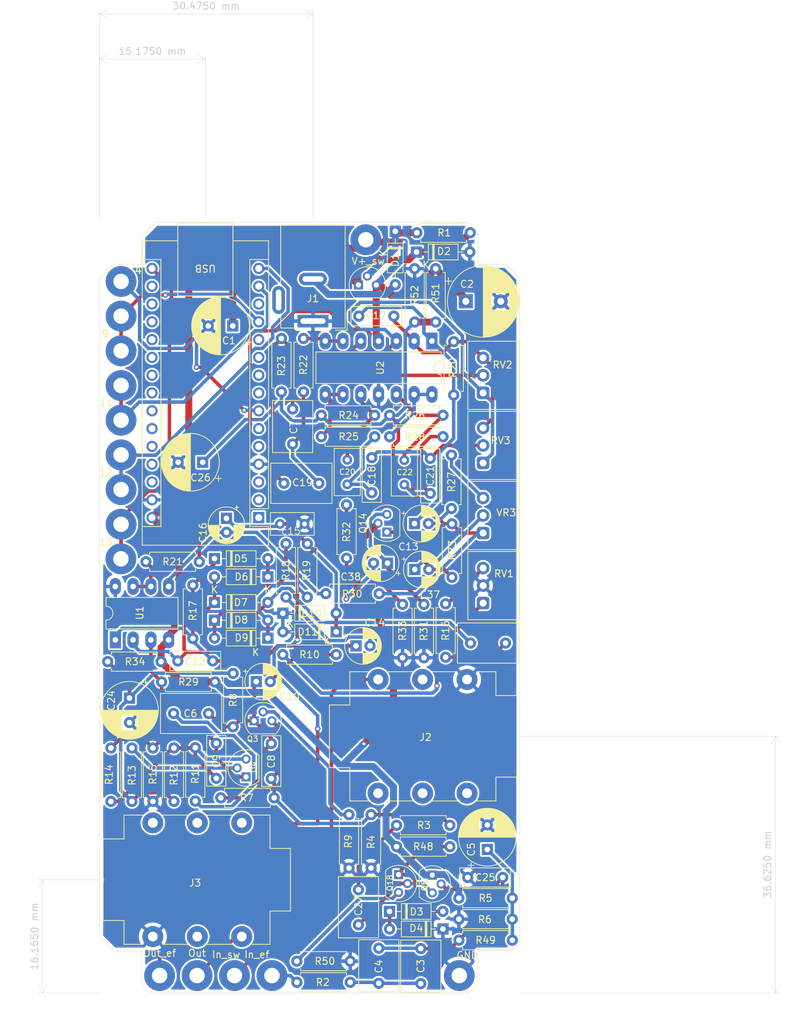
<source format=kicad_pcb>
(kicad_pcb (version 20221018) (generator pcbnew)
  (layers (0 "F.Cu" signal) (31 "B.Cu" signal) (34 "B.Paste" user) (35 "F.Paste" user) (36 "B.SilkS" user "B.Silkscreen") (37 "F.SilkS" user "F.Silkscreen") (38 "B.Mask" user) (39 "F.Mask" user) (44 "Edge.Cuts" user))
  (net 0 "")
  (net 1 "GND")
  (net 7 "Net-(A1-D4)")
  (net 12 "Net-(A1-D9)")
  (net 14 "Net-(A1-D11)")
  (net 15 "Net-(A1-D12)")
  (net 16 "Net-(A1-D13)")
  (net 29 "+8V")
  (net 30 "Net-(D2-K)")
  (net 31 "Net-(Q5-G)")
  (net 32 "Net-(C3-Pad2)")
  (net 33 "Net-(C5-Pad1)")
  (net 34 "Net-(Q3-C)")
  (net 35 "Net-(C6-Pad2)")
  (net 36 "Net-(C7-Pad1)")
  (net 37 "Net-(Q2-B)")
  (net 38 "Net-(Q3-B)")
  (net 39 "Net-(Q4-B)")
  (net 40 "Net-(Q2-C)")
  (net 41 "Net-(C10-Pad2)")
  (net 42 "Net-(D5-K)")
  (net 43 "Net-(C9-Pad2)")
  (net 44 "Net-(C12-Pad2)")
  (net 45 "Net-(D6-K)")
  (net 46 "Net-(C15-Pad2)")
  (net 47 "Net-(C14-Pad2)")
  (net 48 "Net-(D10-A)")
  (net 49 "Net-(U1B-+)")
  (net 50 "Net-(U2A--)")
  (net 51 "Net-(C16-Pad2)")
  (net 52 "Net-(C17-Pad2)")
  (net 53 "Net-(U2B-+)")
  (net 54 "Net-(U2C-+)")
  (net 55 "Net-(C20-Pad2)")
  (net 56 "Net-(U2D-+)")
  (net 57 "Net-(C21-Pad2)")
  (net 58 "+4V")
  (net 59 "Net-(Q18-C)")
  (net 60 "Net-(C23-Pad2)")
  (net 61 "Net-(C37-Pad1)")
  (net 62 "Net-(Q14-B)")
  (net 63 "Net-(Q14-E)")
  (net 64 "Net-(C38-Pad2)")
  (net 65 "+9V")
  (net 66 "Net-(D1-A)")
  (net 67 "Net-(D3-K)")
  (net 68 "Net-(D3-A)")
  (net 69 "Net-(D5-A)")
  (net 70 "Net-(D8-K)")
  (net 71 "Net-(D8-A)")
  (net 72 "Net-(H11-Pad1)")
  (net 73 "Net-(H12-Pad1)")
  (net 74 "Net-(H14-Pad1)")
  (net 75 "Net-(H15-Pad1)")
  (net 76 "Net-(Q3-E)")
  (net 77 "Net-(Q4-E)")
  (net 78 "Net-(Q18-E)")
  (net 79 "Net-(C24-Pad2)")
  (net 80 "Net-(C27-Pad1)")
  (net 81 "Net-(U1B--)")
  (net 82 "Net-(U2A-+)")
  (net 83 "Net-(U2B--)")
  (net 84 "Net-(U2C--)")
  (net 85 "Net-(R27-Pad1)")
  (net 86 "Net-(U2D--)")
  (net 89 "Net-(C28-Pad2)")
  (net 90 "Net-(Q2-E)")
  (net 91 "Net-(R11-Pad1)")
  (net 92 "Net-(R18-Pad1)")
  (net 93 "Net-(R31-Pad1)")
  (footprint "Resistor_THT:R_Axial_DIN0207_L6.3mm_D2.5mm_P7.62mm_Horizontal" (layer "F.Cu") (at 149.127443 137.042556 90)
    (fp_text reference "R9")
    (fp_text value "10k")
  )
  (footprint "Resistor_THT:R_Axial_DIN0207_L6.3mm_D2.5mm_P7.62mm_Horizontal" (layer "F.Cu") (at 164.077443 61.922556 -90)
    (fp_text reference "R20")
    (fp_text value "10k")
  )
  (footprint "MountingHole:MountingHole_2.2mm_M2_Pad" (layer "F.Cu") (at 116.552443 92.917556 180)
    (fp_text reference "13" hide)
    (fp_text value "MountingHole_Pad")
  )
  (footprint "Package_TO_SOT_THT:TO-92_231" (layer "F.Cu") (at 156.202443 137.977556 -90)
    (fp_text reference "Q18" hide)
    (fp_text value "2SC2240")
  )
  (footprint "MountingHole:MountingHole_2.2mm_M2_Pad" (layer "F.Cu") (at 132.777445 152.382556 180)
    (fp_text reference "In_sw")
    (fp_text value "MountingHole_Pad")
  )
  (footprint "Resistor_THT:R_Axial_DIN0207_L6.3mm_D2.5mm_P7.62mm_Horizontal" (layer "F.Cu") (at 158.817443 46.382556)
    (fp_text reference "R1")
    (fp_text value "2.2k")
  )
  (footprint "Capacitor_THT:C_Rect_L7.0mm_W2.5mm_P5.00mm" (layer "F.Cu") (at 138.027443 124.272556 90)
    (fp_text reference "C8")
    (fp_text value "100p")
  )
  (footprint "Capacitor_THT:CP_Radial_D8.0mm_P3.50mm" (layer "F.Cu") (at 117.777443 112.779905 -90)
    (fp_text reference "C24")
    (fp_text value "10u")
  )
  (footprint "MountingHole:MountingHole_2.2mm_M2_Pad" (layer "F.Cu") (at 151.527443 47.382556)
    (fp_text reference "V+_sw")
    (fp_text value "MountingHole_Pad")
  )
  (footprint "Resistor_THT:R_Axial_DIN0207_L6.3mm_D2.5mm_P7.62mm_Horizontal" (layer "F.Cu") (at 139.477443 69.092556 90)
    (fp_text reference "R23")
    (fp_text value "82k")
  )
  (footprint "Package_TO_SOT_THT:TO-92" (layer "F.Cu") (at 161.017443 138.042556 -90)
    (fp_text reference "Q5" hide)
    (fp_text value "2SK30A")
  )
  (footprint "MountingHole:MountingHole_2.2mm_M2_Pad" (layer "F.Cu") (at 116.577443 73.132556)
    (fp_text reference "11" hide)
    (fp_text value "MountingHole_Pad")
  )
  (footprint "Capacitor_THT:C_Rect_L7.2mm_W5.5mm_P5.00mm_FKS2_FKP2_MKS2_MKP2" (layer "F.Cu") (at 153.377445 148.482556 -90)
    (fp_text reference "C4")
    (fp_text value "1u")
  )
  (footprint "Resistor_THT:R_Axial_DIN0207_L6.3mm_D2.5mm_P7.62mm_Horizontal" (layer "F.Cu") (at 139.677443 106.582556)
    (fp_text reference "R10")
    (fp_text value "22")
  )
  (footprint "MountingHole:MountingHole_2.2mm_M2_Pad" (layer "F.Cu") (at 116.577443 58.282556 180)
    (fp_text reference "9" hide)
    (fp_text value "MountingHole_Pad")
  )
  (footprint "Capacitor_THT:C_Rect_L7.0mm_W2.5mm_P5.00mm" (layer "F.Cu") (at 155.527443 58.282556 180)
    (fp_text reference "C17")
    (fp_text value "6.8n")
  )
  (footprint "Package_TO_SOT_THT:TO-92_231" (layer "F.Cu") (at 154.537443 89.102556 90)
    (fp_text reference "Q14")
    (fp_text value "2SC2240")
  )
  (footprint "Resistor_THT:R_Axial_DIN0207_L6.3mm_D2.5mm_P7.62mm_Horizontal" (layer "F.Cu") (at 145.817443 97.882556)
    (fp_text reference "R30")
    (fp_text value "3.3k")
  )
  (footprint "Resistor_THT:R_Axial_DIN0207_L6.3mm_D2.5mm_P7.62mm_Horizontal" (layer "F.Cu") (at 148.777443 92.832556 90)
    (fp_text reference "R32")
    (fp_text value "100k")
  )
  (footprint "Package_DIP:DIP-14_W7.62mm_LongPads" (layer "F.Cu") (at 160.967443 61.832556 -90)
    (fp_text reference "U2")
    (fp_text value "TL074")
  )
  (footprint "Diode_THT:D_DO-35_SOD27_P7.62mm_Horizontal" (layer "F.Cu") (at 129.917443 99.132556)
    (fp_text reference "D7")
    (fp_text value "1N4148")
  )
  (footprint "Resistor_THT:R_Axial_DIN0207_L6.3mm_D2.5mm_P7.62mm_Horizontal" (layer "F.Cu") (at 164.827445 147.332556)
    (fp_text reference "R49")
    (fp_text value "1M")
  )
  (footprint "MountingHole:MountingHole_2.2mm_M2_Pad" (layer "F.Cu") (at 122.081613 152.382556)
    (fp_text reference "Out_ef")
    (fp_text value "MountingHole_Pad")
  )
  (footprint "MountingHole:MountingHole_2.2mm_M2_Pad" (layer "F.Cu") (at 116.577443 68.182556)
    (fp_text reference "11")
    (fp_text value "MountingHole_Pad")
  )
  (footprint "Potentiometer_THT:Potentiometer_RD9" (layer "F.Cu") (at 168.277443 89.232556 180)
    (fp_text reference "VR3")
    (fp_text value "10k")
  )
  (footprint "Diode_THT:D_DO-35_SOD27_P7.62mm_Horizontal" (layer "F.Cu") (at 155.727443 46.172556 -90)
    (fp_text reference "D1")
    (fp_text value "1N4007" hide)
  )
  (footprint "Diode_THT:D_DO-35_SOD27_P7.62mm_Horizontal" (layer "F.Cu") (at 158.767443 49.132556)
    (fp_text reference "D2")
    (fp_text value "VF=11V")
  )
  (footprint "MountingHole:MountingHole_2.2mm_M2_Pad" (layer "F.Cu") (at 116.577443 53.332556 180)
    (fp_text reference "4" hide)
    (fp_text value "MountingHole_Pad")
  )
  (footprint "Capacitor_THT:CP_Radial_D10.0mm_P5.00mm" (layer "F.Cu") (at 165.802443 56.167556)
    (fp_text reference "C2")
    (fp_text value "100u")
  )
  (footprint "Capacitor_THT:CP_Radial_D5.0mm_P2.00mm" (layer "F.Cu") (at 154.632556 93.532556 180)
    (fp_text reference "C38")
    (fp_text value "10u")
  )
  (footprint "Resistor_THT:R_Axial_DIN0207_L6.3mm_D2.5mm_P7.62mm_Horizontal" (layer "F.Cu") (at 141.677445 150.332556)
    (fp_text reference "R50")
    (fp_text value "470")
  )
  (footprint "Resistor_THT:R_Axial_DIN0207_L6.3mm_D2.5mm_P7.62mm_Horizontal" (layer "F.Cu") (at 127.177443 127.482556 90)
    (fp_text reference "R11")
    (fp_text value "150")
  )
  (footprint "Resistor_THT:R_Axial_DIN0207_L6.3mm_D2.5mm_P7.62mm_Horizontal" (layer "F.Cu") (at 124.127443 119.902556 -90)
    (fp_text reference "R12")
    (fp_text value "22k")
  )
  (footprint "Capacitor_THT:C_Rect_L7.5mm_W3.0mm_P5.00mm" (layer "F.Cu") (at 160.727443 83.582556 90)
    (fp_text reference "C21")
    (fp_text value "0.1u")
  )
  (footprint "Resistor_THT:R_Axial_DIN0207_L6.3mm_D2.5mm_P7.62mm_Horizontal" (layer "F.Cu") (at 138.437443 127.022556 180)
    (fp_text reference "R7")
    (fp_text value "100k")
  )
  (footprint "MountingHole:MountingHole_2.2mm_M2_Pad" (layer "F.Cu") (at 116.577443 87.982556 180)
    (fp_text reference "13")
    (fp_text value "MountingHole_Pad")
  )
  (footprint "Resistor_THT:R_Axial_DIN0207_L6.3mm_D2.5mm_P7.62mm_Horizontal" (layer "F.Cu") (at 143.177443 98.382556 90)
    (fp_text reference "R19")
    (fp_text value "220k")
  )
  (footprint "MountingHole:MountingHole_2.2mm_M2_Pad" (layer "F.Cu") (at 116.577443 83.032556)
    (fp_text reference "12" hide)
    (fp_text value "MountingHole_Pad")
  )
  (footprint "Resistor_THT:R_Axial_DIN0207_L6.3mm_D2.5mm_P7.62mm_Horizontal" (layer "F.Cu") (at 122.287443 107.582556 180)
    (fp_text reference "R34")
    (fp_text value "100k")
  )
  (footprint "Resistor_THT:R_Axial_DIN0207_L6.3mm_D2.5mm_P7.62mm_Horizontal" (layer "F.Cu") (at 163.757443 78.112556 -90)
    (fp_text reference "R27")
    (fp_text value "330")
  )
  (footprint "Connector_BarrelJack:BarrelJack_Effector" (layer "F.Cu") (at 143.977443 58.982556 180)
    (fp_text reference "J1")
    (fp_text value "Barrel_Jack_Switch")
  )
  (footprint "Diode_THT:D_DO-35_SOD27_P7.62mm_Horizontal" (layer "F.Cu") (at 162.537445 145.732556 180)
    (fp_text reference "D4")
    (fp_text value "1N4148")
  )
  (footprint "Package_DIP:DIP-8_W7.62mm_LongPads" (layer "F.Cu") (at 115.752443 104.482556 90)
    (fp_text reference "U1")
    (fp_text value "TL072")
  )
  (footprint "Diode_THT:D_DO-35_SOD27_P7.62mm_Horizontal" (layer "F.Cu") (at 137.537443 104.232556 180)
    (fp_text reference "D9")
    (fp_text value "1N34A")
  )
  (footprint "Capacitor_THT:CP_Radial_D5.0mm_P2.00mm" (layer "F.Cu") (at 158.522331 94.432556)
    (fp_text reference "C37")
    (fp_text value "10u")
  )
  (footprint "Resistor_THT:R_Axial_DIN0207_L6.3mm_D2.5mm_P7.62mm_Horizontal" (layer "F.Cu") (at 115.127443 127.532556 90)
    (fp_text reference "R14")
    (fp_text value "470k")
  )
  (footprint "Resistor_THT:R_Axial_DIN0207_L6.3mm_D2.5mm_P7.62mm_Horizontal" (layer "F.Cu") (at 156.777443 99.412556 -90)
    (fp_text reference "R33")
    (fp_text value "10k")
  )
  (footprint "Resistor_THT:R_Axial_DIN0207_L6.3mm_D2.5mm_P7.62mm_Horizontal" (layer "F.Cu") (at 163.827443 95.542556 90)
    (fp_text reference "R73")
    (fp_text value "100k")
  )
  (footprint "Resistor_THT:R_Axial_DIN0207_L6.3mm_D2.5mm_P7.62mm_Horizontal" (layer "F.Cu") (at 142.627443 61.472556 -90)
    (fp_text reference "R22")
    (fp_text value "100k")
  )
  (footprint "Resistor_THT:R_Axial_DIN0207_L6.3mm_D2.5mm_P7.62mm_Horizontal" (layer "F.Cu") (at 154.927443 75.482556)
    (fp_text reference "R28")
    (fp_text value "68k")
  )
  (footprint "Capacitor_THT:C_Rect_L6.0mm_W3.0mm_P3.50mm_MKS02_FKP02" (layer "F.Cu") (at 139.277443 87.932556)
    (fp_text reference "C15" hide)
    (fp_text value "68n")
  )
  (footprint "Potentiometer_THT:Potentiometer_RD9" (layer "F.Cu") (at 168.277443 69.232556 180)
    (fp_text reference "RV2")
    (fp_text value "10k")
  )
  (footprint "Resistor_THT:R_Axial_DIN0207_L6.3mm_D2.5mm_P7.62mm_Horizontal" (layer "F.Cu") (at 161.502443 51.507556 -90)
    (fp_text reference "R51")
    (fp_text value "33k")
  )
  (footprint "MountingHole:MountingHole_2.2mm_M2_Pad" (layer "F.Cu") (at 116.577443 78.082556)
    (fp_text reference "12")
    (fp_text value "MountingHole_Pad")
  )
  (footprint "Capacitor_THT:C_Rect_L7.2mm_W5.5mm_P5.00mm_FKS2_FKP2_MKS2_MKP2" (layer "F.Cu") (at 141.077443 76.532556 90)
    (fp_text reference "C7")
    (fp_text value "47u")
  )
  (footprint "Capacitor_THT:C_Rect_L7.0mm_W2.5mm_P5.00mm" (layer "F.Cu") (at 130.177443 124.232556 90)
    (fp_text reference "C9")
    (fp_text value "10u")
  )
  (footprint "Capacitor_THT:C_Rect_L7.0mm_W2.5mm_P5.00mm" (layer "F.Cu") (at 124.677443 107.482556)
    (fp_text reference "C12")
    (fp_text value "47n")
  )
  (footprint "Capacitor_THT:C_Rect_L6.5mm_W3.5mm_P3.50mm_MKS02_FKP02" (layer "F.Cu") (at 157.027443 78.832556 -90)
    (fp_text reference "C22" hide)
    (fp_text value "0.15u")
  )
  (footprint "Package_TO_SOT_THT:TO-92_231" (layer "F.Cu") (at 135.577443 116.032556)
    (fp_text reference "Q3" hide)
    (fp_text value "2SA970")
  )
  (footprint "Package_TO_SOT_THT:TO-92_231" (layer "F.Cu") (at 150.477443 53.832556)
    (fp_text reference "Q1" hide)
    (fp_text value "2SC2240")
  )
  (footprint "MountingHole:MountingHole_2.2mm_M2_Pad" (layer "F.Cu") (at 138.125361 152.382556 -90)
    (fp_text reference "In_ef")
    (fp_text value "MountingHole_Pad")
  )
  (footprint "Capacitor_THT:C_Rect_L7.0mm_W2.5mm_P5.00mm" (layer "F.Cu") (at 171.077443 138.382556 180)
    (fp_text reference "C25")
    (fp_text value "150p")
  )
  (footprint "Capacitor_THT:C_Rect_L8.5mm_W5.5mm_P5.00mm_FKS2_FKP2_MKS2_MKP2" (layer "F.Cu") (at 150.477445 145.132556 90)
    (fp_text reference "C27")
    (fp_text value "10u")
  )
  (footprint "Resistor_THT:R_Axial_DIN0207_L6.3mm_D2.5mm_P7.62mm_Horizontal" (layer "F.Cu") (at 172.437445 144.332556 180)
    (fp_text reference "R6")
    (fp_text value "33k")
  )
  (footprint "Capacitor_THT:CP_Radial_D5.0mm_P2.00mm" (layer "F.Cu") (at 150.127443 105.332556)
    (fp_text reference "C14")
    (fp_text value "1u")
  )
  (footprint "Capacitor_THT:C_Rect_L8.5mm_W5.5mm_P5.00mm_FKS2_FKP2_MKS2_MKP2" (layer "F.Cu") (at 139.827443 82.132556)
    (fp_text reference "C19")
    (fp_text value "1u")
  )
  (footprint "Diode_THT:D_DO-35_SOD27_P7.62mm_Horizontal" (layer "F.Cu") (at 139.677443 100.682556)
    (fp_text reference "D10")
    (fp_text value "1N4148")
  )
  (footprint "Capacitor_THT:CP_Radial_D5.0mm_P2.00mm" (layer "F.Cu") (at 131.627443 87.132556 -90)
    (fp_text reference "C16")
    (fp_text value "4.7n")
  )
  (footprint "Capacitor_THT:CP_Radial_D8.0mm_P3.50mm" (layer "F.Cu") (at 132.530094 59.682556 180)
    (fp_text reference "C1")
    (fp_text value "47u")
  )
  (footprint "Capacitor_THT:C_Rect_L8.5mm_W5.5mm_P5.00mm_FKS2_FKP2_MKS2_MKP2" (layer "F.Cu") (at 166.477443 104.932556)
    (fp_text reference "C11" hide)
    (fp_text value "100p")
  )
  (footprint "Resistor_THT:R_Axial_DIN0207_L6.3mm_D2.5mm_P7.62mm_Horizontal" (layer "F.Cu") (at 145.177443 75.482556)
    (fp_text reference "R25")
    (fp_text value "330")
  )
  (footprint "Capacitor_THT:C_Rect_L7.5mm_W3.0mm_P5.00mm" (layer "F.Cu") (at 152.377443 83.482556 90)
    (fp_text reference "C18")
    (fp_text value "1n")
  )
  (footprint "Resistor_THT:R_Axial_DIN0207_L6.3mm_D2.5mm_P7.62mm_Horizontal" (layer "F.Cu") (at 154.927443 72.432556)
    (fp_text reference "R26")
    (fp_text value "330")
  )
  (footprint "Diode_THT:D_DO-35_SOD27_P7.62mm_Horizontal" (layer "F.Cu") (at 129.917443 92.882556)
    (fp_text reference "D5")
    (fp_text value "1N4148")
  )
  (footprint "Resistor_THT:R_Axial_DIN0207_L6.3mm_D2.5mm_P7.62mm_Horizontal" (layer "F.Cu") (at 126.827443 96.662556 -90)
    (fp_text reference "R17")
    (fp_text value "68k")
  )
  (footprint "Resistor_THT:R_Axial_DIN0207_L6.3mm_D2.5mm_P7.62mm_Horizontal" (layer "F.Cu") (at 164.817445 141.332556)
    (fp_text reference "R5")
    (fp_text value "33k")
  )
  (footprint "Capacitor_THT:CP_Radial_D8.0mm_P3.50mm" (layer "F.Cu") (at 128.230094 79.132556 180)
    (fp_text reference "C26")
    (fp_text value "47u")
  )
  (footprint "Resistor_THT:R_Axial_DIN0207_L6.3mm_D2.5mm_P7.62mm_Horizontal" (layer "F.Cu") (at 158.502443 59.127556 90)
    (fp_text reference "R52")
    (fp_text value "33k")
  )
  (footprint "Resistor_THT:R_Axial_DIN0207_L6.3mm_D2.5mm_P7.62mm_Horizontal" (layer "F.Cu") (at 155.917443 130.932556)
    (fp_text reference "R3")
    (fp_text value "1k")
  )
  (footprint "Diode_THT:D_DO-35_SOD27_P7.62mm_Horizontal" (layer "F.Cu") (at 154.917445 143.232556)
    (fp_text reference "D3")
    (fp_text value "1N4148")
  )
  (footprint "Resistor_THT:R_Axial_DIN0207_L6.3mm_D2.5mm_P7.62mm_Horizontal" (layer "F.Cu") (at 159.827443 99.412556 -90)
    (fp_text reference "R31")
    (fp_text value "4.7k")
  )
  (footprint "Resistor_THT:R_Axial_DIN0207_L6.3mm_D2.5mm_P7.62mm_Horizontal" (layer "F.Cu") (at 118.127443 119.912556 -90)
    (fp_text reference "R13")
    (fp_text value "100k")
  )
  (footprint "Diode_THT:D_DO-35_SOD27_P7.62mm_Horizontal" (layer "F.Cu") (at 147.297443 103.332556 180)
    (fp_text reference "D11")
    (fp_text value "1N4148")
  )
  (footprint "Resistor_THT:R_Axial_DIN0207_L6.3mm_D2.5mm_P7.62mm_Horizontal" (layer "F.Cu") (at 141.682445 153.342556)
    (fp_text reference "R2")
    (fp_text value "10k")
  )
  (footprint "MountingHole:MountingHole_2.2mm_M2_Pad" (layer "F.Cu") (at 116.577443 63.232556 180)
    (fp_text reference "9")
    (fp_text value "MountingHole_Pad")
  )
  (footprint "Diode_THT:D_DO-35_SOD27_P7.62mm_Horizontal" (layer "F.Cu") (at 137.537443 95.482556 180)
    (fp_text reference "D6")
    (fp_text value "1N4148")
  )
  (footprint "Resistor_THT:R_Axial_DIN0207_L6.3mm_D2.5mm_P7.62mm_Horizontal" (layer "F.Cu") (at 132.577443 116.882556 90)
    (fp_text reference "R8")
    (fp_text value "470k")
  )
  (footprint "Capacitor_THT:CP_Radial_D5.0mm_P2.00mm" (layer "F.Cu") (at 135.877443 110.432556)
    (fp_text reference "C10")
    (fp_text value "47n")
  )
  (footprint "Module:Arduino_Nano" (layer "F.Cu") (at 136.237443 87.032556 180)
    (fp_text reference "A1" hide)
    (fp_text value "Arduino_Nano_v3.x")
  )
  (footprint "Resistor_THT:R_Axial_DIN0207_L6.3mm_D2.5mm_P7.62mm_Horizontal" (layer "F.Cu") (at 163.537443 133.982556 180)
    (fp_text reference "R48")
    (fp_text value "33k")
  )
  (footprint "Potentiometer_THT:Potentiometer_RD9" (layer "F.Cu") (at 168.277443 99.232556 180)
    (fp_text reference "RV1")
    (fp_text value "250k")
  )
  (footprint "MountingHole:MountingHole_2.2mm_M2_Pad" (layer "F.Cu") (at 164.877445 152.382556)
    (fp_text reference "GND")
    (fp_text value "MountingHole_Pad")
  )
  (footprint "Resistor_THT:R_Axial_DIN0207_L6.3mm_D2.5mm_P7.62mm_Horizontal" (layer "F.Cu") (at 122.367443 110.482556)
    (fp_text reference "R29")
    (fp_text value "3.3k")
  )
  (footprint "Resistor_THT:R_Axial_DIN0207_L6.3mm_D2.5mm_P7.62mm_Horizontal" (layer "F.Cu") (at 145.167443 72.432556)
    (fp_text reference "R24")
    (fp_text value "10k")
  )
  (footprint "Connector_Audio:Jack_6.35mm_Neutrik_NMJ6HCD2_Horizontal" (layer "F.Cu") (at 133.812443 146.817556 180)
    (fp_text reference "J3")
    (fp_text value "AudioJack2")
  )
  (footprint "Potentiometer_THT:Potentiometer_RD9" (layer "F.Cu") (at 168.277443 79.232556 180)
    (fp_text reference "RV3")
    (fp_text value "10k")
  )
  (footprint "Diode_THT:D_DO-35_SOD27_P7.62mm_Horizontal" (layer "F.Cu") (at 129.917443 101.682556)
    (fp_text reference "D8")
    (fp_text value "1N34A")
  )
  (footprint "Connector_Audio:Jack_6.35mm_Neutrik_NMJ6HCD2_Horizontal" (layer "F.Cu") (at 153.282443 110.127556)
    (fp_text reference "J2")
    (fp_text value "AudioJack3")
  )
  (footprint "Capacitor_THT:C_Rect_L6.5mm_W3.5mm_P3.50mm_MKS02_FKP02" (layer "F.Cu") (at 148.877443 78.782556 -90)
    (fp_text reference "C20" hide)
    (fp_text value "1.5u")
  )
  (footprint "Capacitor_THT:C_Rect_L8.5mm_W5.5mm_P5.00mm_FKS2_FKP2_MKS2_MKP2" (layer "F.Cu") (at 129.077443 114.982556 180)
    (fp_text reference "C6")
    (fp_text value "47n")
  )
  (footprint "Capacitor_THT:CP_Radial_D5.0mm_P2.00mm" (layer "F.Cu") (at 158.472331 87.882556)
    (fp_text reference "C13")
    (fp_text value "100p")
  )
  (footprint "Package_TO_SOT_THT:TO-92_231" (layer "F.Cu") (at 134.427443 124.032556 90)
    (fp_text reference "Q4" hide)
    (fp_text value "2SC2240")
  )
  (footprint "Resistor_THT:R_Axial_DIN0207_L6.3mm_D2.5mm_P7.62mm_Horizontal" (layer "F.Cu") (at 162.927443 99.332556 -90)
    (fp_text reference "R16")
    (fp_text value "10k")
  )
  (footprint "Resistor_THT:R_Axial_DIN0207_L6.3mm_D2.5mm_P7.62mm_Horizontal" (layer "F.Cu") (at 152.277443 137.042556 90)
    (fp_text reference "R4")
    (fp_text value "22k")
  )
  (footprint "Resistor_THT:R_Axial_DIN0207_L6.3mm_D2.5mm_P7.62mm_Horizontal" (layer "F.Cu") (at 120.127443 93.332556)
    (fp_text reference "R21")
    (fp_text value "100k")
  )
  (footprint "MountingHole:MountingHole_2.2mm_M2_Pad" (layer "F.Cu") (at 127.429529 152.382556)
    (fp_text reference "Out")
    (fp_text value "MountingHole_Pad")
  )
  (footprint "Capacitor_THT:C_Rect_L7.2mm_W5.5mm_P5.00mm_FKS2_FKP2_MKS2_MKP2" (layer "F.Cu") (at 159.377445 148.532556 -90)
    (fp_text reference "C3")
    (fp_text value "1u")
  )
  (footprint "Capacitor_THT:CP_Radial_D8.0mm_P3.50mm" (layer "F.Cu") (at 168.877443 134.385207 90)
    (fp_text reference "C5")
    (fp_text value "47u")
  )
  (footprint "Resistor_THT:R_Axial_DIN0207_L6.3mm_D2.5mm_P7.62mm_Horizontal" (layer "F.Cu") (at 140.127443 98.382556 90)
    (fp_text reference "R18")
    (fp_text value "47k")
  )
  (footprint "Resistor_THT:R_Axial_DIN0207_L6.3mm_D2.5mm_P7.62mm_Horizontal" (layer "F.Cu") (at 121.127443 127.532556 90)
    (fp_text reference "R15")
    (fp_text value "120")
  )
  (gr_line (start 167.527443 50.882556) (end 171.522443 50.882556) (stroke (width 0.05)) (layer "Edge.Cuts"))
  (gr_line (start 119.527443 50.882556) (end 119.527443 46.887556) (stroke (width 0.05)) (layer "Edge.Cuts"))
  (gr_arc (start 165.522443 44.882556) (mid 166.940192 45.469807) (end 167.527443 46.887556) (stroke (width 0.05)) (layer "Edge.Cuts"))
  (gr_line (start 167.527443 46.887556) (end 167.527443 50.882556) (stroke (width 0.05)) (layer "Edge.Cuts"))
  (gr_line (start 165.522443 44.882556) (end 121.532443 44.882556) (stroke (width 0.05)) (layer "Edge.Cuts"))
  (gr_line (start 173.527443 52.877556) (end 171.532443 50.882556) (stroke (width 0.05)) (layer "Edge.Cuts"))
  (gr_line (start 171.522443 50.882556) (end 171.532443 50.882556) (stroke (width 0.05)) (layer "Edge.Cuts"))
  (gr_line (start 171.532443 148.872556) (end 171.522443 148.882556) (stroke (width 0.05)) (layer "Edge.Cuts"))
  (gr_line (start 113.527443 146.887556) (end 113.527443 52.887556) (stroke (width 0.05)) (layer "Edge.Cuts"))
  (gr_line (start 119.527443 152.877556) (end 119.527443 148.882556) (stroke (width 0.05)) (layer "Edge.Cuts"))
  (gr_line (start 115.532443 50.882556) (end 119.527443 50.882556) (stroke (width 0.05)) (layer "Edge.Cuts"))
  (gr_line (start 119.527443 148.882556) (end 115.532443 148.882556) (stroke (width 0.05)) (layer "Edge.Cuts"))
  (gr_arc (start 167.527443 152.887556) (mid 166.943121 154.298234) (end 165.532443 154.882556) (stroke (width 0.05)) (layer "Edge.Cuts"))
  (gr_line (start 115.522443 148.882556) (end 115.532443 148.882556) (stroke (width 0.05)) (layer "Edge.Cuts"))
  (gr_line (start 167.527443 152.887556) (end 167.527443 148.882556) (stroke (width 0.05)) (layer "Edge.Cuts"))
  (gr_arc (start 121.532443 154.882556) (mid 120.114694 154.295305) (end 119.527443 152.877556) (stroke (width 0.05)) (layer "Edge.Cuts"))
  (gr_line (start 165.532443 154.882556) (end 121.532443 154.882556) (stroke (width 0.05)) (layer "Edge.Cuts"))
  (gr_line (start 173.527443 52.877556) (end 173.527443 146.877556) (stroke (width 0.05)) (layer "Edge.Cuts"))
  (gr_line (start 113.527443 146.887556) (end 115.522443 148.882556) (stroke (width 0.05)) (layer "Edge.Cuts"))
  (gr_line (start 115.532443 50.882556) (end 113.527443 52.887556) (stroke (width 0.05)) (layer "Edge.Cuts"))
  (gr_arc (start 173.527443 146.877556) (mid 172.943121 148.288234) (end 171.532443 148.872556) (stroke (width 0.05)) (layer "Edge.Cuts"))
  (gr_line (start 171.522443 148.882556) (end 167.527443 148.882556) (stroke (width 0.05)) (layer "Edge.Cuts"))
  (gr_line (start 119.527443 46.887556) (end 121.532443 44.882556) (stroke (width 0.05)) (layer "Edge.Cuts"))
  (gr_text "Q18" (at 155.452443 140.437556 90) (layer "F.SilkS") (effects (font (size 0.8 0.8) (thickness 0.13)) (justify left bottom)))
  (gr_text "Q5" (at 160.397443 140.412556 90) (layer "F.SilkS") (effects (font (size 0.8 0.8) (thickness 0.13)) (justify left bottom)))
  (gr_text "Q4" (at 136.052443 123.517556 90) (layer "F.SilkS") (effects (font (size 0.8 0.8) (thickness 0.13)) (justify left bottom)))
  (gr_text "C22" (at 155.827443 81.032556) (layer "F.SilkS") (effects (font (size 0.8 0.8) (thickness 0.13)) (justify left bottom)))
  (gr_text "c15" (at 139.377443 89.532556) (layer "F.SilkS") (effects (font (size 1 1) (thickness 0.125)) (justify left bottom)))
  (gr_text "Q3" (at 134.477443 119.082556) (layer "F.SilkS") (effects (font (size 0.8 0.8) (thickness 0.13)) (justify left bottom)))
  (gr_text "4" (at 118.422443 52.347556) (layer "F.SilkS") (effects (font (size 1 1) (thickness 0.1875)) (justify left bottom)))
  (gr_text "C20" (at 147.627443 80.982556) (layer "F.SilkS") (effects (font (size 0.8 0.8) (thickness 0.13)) (justify left bottom)))
  (dimension (type aligned) (layer "Edge.Cuts") (pts (xy 113.502443 44.817556) (xy 143.977443 44.817556)) (height -29.65) (gr_text "30.4750 mm" (at 128.739943 14.017556) (layer "Edge.Cuts") (effects (font (size 1 1) (thickness 0.15)))) (format (prefix "") (suffix "") (units 3) (units_format 1) (precision 4)) (style (thickness 0.05) (arrow_length 1.27) (text_position_mode 0) (extension_height 0.58642) (extension_offset 0.5) keep_text_aligned))
  (dimension (type aligned) (layer "Edge.Cuts") (pts (xy 114.112443 138.702556) (xy 114.112443 154.867556)) (height 8.739999) (gr_text "16.1650 mm" (at 104.222444 146.785056 90) (layer "Edge.Cuts") (effects (font (size 1 1) (thickness 0.15)))) (format (prefix "") (suffix "") (units 3) (units_format 1) (precision 4)) (style (thickness 0.05) (arrow_length 1.27) (text_position_mode 0) (extension_height 0.58642) (extension_offset 0.5) keep_text_aligned))
  (dimension (type aligned) (layer "Edge.Cuts") (pts (xy 173.102443 118.242556) (xy 173.102443 154.867556)) (height -36.94) (gr_text "36.6250 mm" (at 208.892443 136.555056 90) (layer "Edge.Cuts") (effects (font (size 1 1) (thickness 0.15)))) (format (prefix "") (suffix "") (units 3) (units_format 1) (precision 4)) (style (thickness 0.05) (arrow_length 1.27) (text_position_mode 0) (extension_height 0.58642) (extension_offset 0.5) keep_text_aligned))
  (dimension (type aligned) (layer "Edge.Cuts") (pts (xy 128.627443 44.872556) (xy 113.452443 44.872556)) (height 23.235) (gr_text "15.1750 mm" (at 121.039943 20.487556) (layer "Edge.Cuts") (effects (font (size 1 1) (thickness 0.15)))) (format (prefix "") (suffix "") (units 3) (units_format 1) (precision 4)) (style (thickness 0.05) (arrow_length 1.27) (text_position_mode 0) (extension_height 0.58642) (extension_offset 0.5) keep_text_aligned))
  (segment (start 122.887443 126.282556) (end 124.127443 127.522556) (width 0.5) (layer "F.Cu") (net 0))
  (segment (start 117.777443 110.692556) (end 114.667443 107.582556) (width 0.5) (layer "F.Cu") (net 0))
  (segment (start 120.832443 104.482556) (end 120.832443 108.947556) (width 0.5) (layer "F.Cu") (net 0))
  (segment (start 118.127443 127.532556) (end 119.377443 126.282556) (width 0.5) (layer "F.Cu") (net 0))
  (segment (start 122.607442 118.432557) (end 121.127443 119.912556) (width 0.5) (layer "F.Cu") (net 0))
  (segment (start 150.477445 140.132556) (end 150.477445 136.372554) (width 0.5) (layer "F.Cu") (net 0))
  (segment (start 130.177443 119.232556) (end 129.377444 118.432557) (width 0.5) (layer "F.Cu") (net 0))
  (segment (start 122.367443 118.192558) (end 122.607442 118.432557) (width 0.5) (layer "F.Cu") (net 0))
  (segment (start 117.777443 112.779905) (end 117.777443 110.692556) (width 0.5) (layer "F.Cu") (net 0))
  (segment (start 129.377444 118.432557) (end 122.607442 118.432557) (width 0.5) (layer "F.Cu") (net 0))
  (segment (start 121.127443 119.912556) (end 119.877443 118.662556) (width 0.5) (layer "F.Cu") (net 0))
  (segment (start 122.367443 110.482556) (end 122.367443 118.192558) (width 0.5) (layer "F.Cu") (net 0))
  (segment (start 129.917443 99.132556) (end 126.827443 102.222556) (width 0.5) (layer "F.Cu") (net 0))
  (segment (start 126.827443 102.222556) (end 126.827443 104.282556) (width 0.5) (layer "F.Cu") (net 0))
  (segment (start 132.871808 124.032556) (end 130.177443 121.338191) (width 0.5) (layer "F.Cu") (net 0))
  (segment (start 138.937443 105.332556) (end 136.787443 107.482556) (width 0.5) (layer "F.Cu") (net 0))
  (segment (start 116.377443 118.662556) (end 115.127443 119.912556) (width 0.5) (layer "F.Cu") (net 0))
  (segment (start 150.477445 136.372554) (end 155.917443 130.932556) (width 0.5) (layer "F.Cu") (net 0))
  (segment (start 130.177443 121.338191) (end 130.177443 119.232556) (width 0.5) (layer "F.Cu") (net 0))
  (segment (start 136.787443 107.482556) (end 129.677443 107.482556) (width 0.5) (layer "F.Cu") (net 0))
  (segment (start 142.627443 74.982556) (end 141.077443 76.532556) (width 0.5) (layer "F.Cu") (net 0))
  (segment (start 119.377443 126.282556) (end 122.887443 126.282556) (width 0.5) (layer "F.Cu") (net 0))
  (segment (start 134.427443 124.032556) (end 132.871808 124.032556) (width 0.5) (layer "F.Cu") (net 0))
  (segment (start 142.627443 69.092556) (end 142.627443 74.982556) (width 0.5) (layer "F.Cu") (net 0))
  (segment (start 119.877443 118.662556) (end 116.377443 118.662556) (width 0.5) (layer "F.Cu") (net 0))
  (segment (start 120.832443 108.947556) (end 122.367443 110.482556) (width 0.5) (layer "F.Cu") (net 0))
  (segment (start 150.127443 105.332556) (end 138.937443 105.332556) (width 0.5) (layer "F.Cu") (net 0))
  (segment (start 129.917443 99.132556) (end 129.917443 95.482556) (width 0.5) (layer "F.Cu") (net 0))
  (segment (start 116.527443 114.029905) (end 117.777443 112.779905) (width 0.5) (layer "B.Cu") (net 0))
  (segment (start 116.737443 102.832556) (end 125.377443 102.832556) (width 0.5) (layer "B.Cu") (net 0))
  (segment (start 116.527443 125.932556) (end 116.527443 114.029905) (width 0.5) (layer "B.Cu") (net 0))
  (segment (start 132.547443 109.232556) (end 132.577443 109.262556) (width 0.5) (layer "B.Cu") (net 0))
  (segment (start 161.977443 84.377444) (end 158.472331 87.882556) (width 0.5) (layer "B.Cu") (net 0))
  (segment (start 161.977443 77.820323) (end 161.977443 84.377444) (width 0.5) (layer "B.Cu") (net 0))
  (segment (start 161.607443 87.882556) (end 163.757443 85.732556) (width 0.5) (layer "B.Cu") (net 0))
  (segment (start 151.777443 57.032556) (end 150.527443 58.282556) (width 0.5) (layer "B.Cu") (net 0))
  (segment (start 164.077443 69.542556) (end 164.077443 75.720323) (width 0.5) (layer "B.Cu") (net 0))
  (segment (start 164.077443 69.542556) (end 164.077443 64.942556) (width 0.5) (layer "B.Cu") (net 0))
  (segment (start 160.472331 87.882556) (end 161.607443 87.882556) (width 0.5) (layer "B.Cu") (net 0))
  (segment (start 164.077443 64.942556) (end 160.967443 61.832556) (width 0.5) (layer "B.Cu") (net 0))
  (segment (start 164.077443 75.720323) (end 161.977443 77.820323) (width 0.5) (layer "B.Cu") (net 0))
  (segment (start 159.827443 60.692556) (end 159.827443 58.614789) (width 0.5) (layer "B.Cu") (net 0))
  (segment (start 118.127443 127.532556) (end 116.527443 125.932556) (width 0.5) (layer "B.Cu") (net 0))
  (segment (start 130.217443 95.542556) (end 130.157443 95.482556) (width 0.5) (layer "B.Cu") (net 0))
  (segment (start 159.827443 58.614789) (end 158.24521 57.032556) (width 0.5) (layer "B.Cu") (net 0))
  (segment (start 117.777443 112.779905) (end 121.324792 109.232556) (width 0.5) (layer "B.Cu") (net 0))
  (segment (start 141.077443 76.532556) (end 141.077443 78.382556) (width 0.5) (layer "B.Cu") (net 0))
  (segment (start 125.377443 102.832556) (end 126.827443 104.282556) (width 0.5) (layer "B.Cu") (net 0))
  (segment (start 115.752443 103.817556) (end 116.737443 102.832556) (width 0.5) (layer "B.Cu") (net 0))
  (segment (start 121.324792 109.232556) (end 132.547443 109.232556) (width 0.5) (layer "B.Cu") (net 0))
  (segment (start 115.752443 104.482556) (end 115.752443 103.817556) (width 0.5) (layer "B.Cu") (net 0))
  (segment (start 141.077443 78.382556) (end 144.827443 82.132556) (width 0.5) (layer "B.Cu") (net 0))
  (segment (start 160.967443 61.832556) (end 159.827443 60.692556) (width 0.5) (layer "B.Cu") (net 0))
  (segment (start 126.827443 104.282556) (end 126.827443 104.632556) (width 0.5) (layer "B.Cu") (net 0))
  (segment (start 126.827443 104.632556) (end 129.677443 107.482556) (width 0.5) (layer "B.Cu") (net 0))
  (segment (start 158.24521 57.032556) (end 151.777443 57.032556) (width 0.5) (layer "B.Cu") (net 0))
  (segment (start 161.677443 105.832556) (end 161.677443 111.022556) (width 0.5) (layer "F.Cu") (net 1))
  (segment (start 163.177443 99.332556) (end 162.927443 99.332556) (width 0.5) (layer "F.Cu") (net 1))
  (segment (start 162.577443 76.732556) (end 160.727443 78.582556) (width 0.5) (layer "F.Cu") (net 1))
  (segment (start 168.277443 99.232556) (end 161.677443 105.832556) (width 0.5) (layer "F.Cu") (net 1))
  (segment (start 168.277443 76.732556) (end 162.577443 76.732556) (width 0.5) (layer "F.Cu") (net 1))
  (segment (start 161.677443 111.022556) (end 161.692443 111.037556) (width 0.5) (layer "F.Cu") (net 1))
  (segment (start 143.219676 66.732556) (end 168.277443 66.732556) (width 0.5) (layer "F.Cu") (net 1))
  (segment (start 141.077443 71.532556) (end 141.077443 68.874789) (width 0.5) (layer "F.Cu") (net 1))
  (segment (start 141.077443 68.874789) (end 143.219676 66.732556) (width 0.5) (layer "F.Cu") (net 1))
  (segment (start 168.277443 94.232556) (end 163.177443 99.332556) (width 0.5) (layer "F.Cu") (net 1))
  (via (at 161.692443 111.037556) (size 0.8) (drill 0.4) (layers "F.Cu" "B.Cu") (net 1))
  (segment (start 159.812443 77.667556) (end 153.192443 77.667556) (width 0.5) (layer "B.Cu") (net 1))
  (segment (start 160.727443 78.582556) (end 159.812443 77.667556) (width 0.5) (layer "B.Cu") (net 1))
  (segment (start 153.192443 77.667556) (end 152.377443 78.482556) (width 0.5) (layer "B.Cu") (net 1))
  (segment (start 161.692443 111.485323) (end 161.10021 112.077556) (width 0.5) (layer "B.Cu") (net 1))
  (segment (start 161.10021 112.077556) (end 145.172443 112.077556) (width 0.5) (layer "B.Cu") (net 1))
  (segment (start 145.172443 112.077556) (end 139.677443 106.582556) (width 0.5) (layer "B.Cu") (net 1))
  (segment (start 161.692443 111.037556) (end 161.692443 111.485323) (width 0.5) (layer "B.Cu") (net 1))
  (segment (start 127.987443 65.567556) (end 134.137443 71.717556) (width 0.5) (layer "F.Cu") (net 7))
  (segment (start 127.352443 65.567556) (end 127.987443 65.567556) (width 0.5) (layer "F.Cu") (net 7))
  (via (at 134.137443 71.717556) (size 0.8) (drill 0.4) (layers "F.Cu" "B.Cu") (net 7))
  (via (at 127.352443 65.567556) (size 0.8) (drill 0.4) (layers "F.Cu" "B.Cu") (net 7))
  (segment (start 134.137443 71.717556) (end 136.162443 71.717556) (width 0.5) (layer "B.Cu") (net 7))
  (segment (start 119.227443 61.630323) (end 119.227443 55.982556) (width 0.5) (layer "B.Cu") (net 7))
  (segment (start 127.352443 65.567556) (end 127.352443 61.139789) (width 0.5) (layer "B.Cu") (net 7))
  (segment (start 125.609676 62.882556) (end 120.479676 62.882556) (width 0.5) (layer "B.Cu") (net 7))
  (segment (start 127.352443 61.139789) (end 125.609676 62.882556) (width 0.5) (layer "B.Cu") (net 7))
  (segment (start 120.479676 62.882556) (end 119.227443 61.630323) (width 0.5) (layer "B.Cu") (net 7))
  (segment (start 136.162443 71.717556) (end 136.237443 71.792556) (width 0.5) (layer "B.Cu") (net 7))
  (segment (start 119.227443 55.982556) (end 116.577443 53.332556) (width 0.5) (layer "B.Cu") (net 7))
  (segment (start 116.577443 58.282556) (end 116.577443 63.232556) (width 0.5) (layer "F.Cu") (net 12))
  (segment (start 122.902443 55.267556) (end 119.592443 55.267556) (width 0.5) (layer "F.Cu") (net 12))
  (segment (start 119.592443 55.267556) (end 116.577443 58.282556) (width 0.5) (layer "F.Cu") (net 12))
  (via (at 122.902443 55.267556) (size 0.8) (drill 0.4) (layers "F.Cu" "B.Cu") (net 12))
  (segment (start 122.902443 55.267556) (end 123.002443 55.167556) (width 0.5) (layer "B.Cu") (net 12))
  (segment (start 123.002443 55.167556) (end 132.312443 55.167556) (width 0.5) (layer "B.Cu") (net 12))
  (segment (start 132.312443 55.167556) (end 136.237443 59.092556) (width 0.5) (layer "B.Cu") (net 12))
  (segment (start 116.577443 68.182556) (end 116.577443 73.132556) (width 0.5) (layer "F.Cu") (net 14))
  (segment (start 137.487443 59.610323) (end 137.487443 55.262556) (width 0.5) (layer "B.Cu") (net 14))
  (segment (start 125.559676 70.542556) (end 135.734676 60.367556) (width 0.5) (layer "B.Cu") (net 14))
  (segment (start 136.73021 60.367556) (end 137.487443 59.610323) (width 0.5) (layer "B.Cu") (net 14))
  (segment (start 137.487443 55.262556) (end 136.237443 54.012556) (width 0.5) (layer "B.Cu") (net 14))
  (segment (start 135.734676 60.367556) (end 136.73021 60.367556) (width 0.5) (layer "B.Cu") (net 14))
  (segment (start 119.167443 70.542556) (end 125.559676 70.542556) (width 0.5) (layer "B.Cu") (net 14))
  (segment (start 116.577443 73.132556) (end 119.167443 70.542556) (width 0.5) (layer "B.Cu") (net 14))
  (segment (start 116.617443 78.122556) (end 121.547443 78.122556) (width 0.5) (layer "B.Cu") (net 15))
  (segment (start 138.227849 61.409917) (end 138.227849 59.841338) (width 0.5) (layer "B.Cu") (net 15))
  (segment (start 137.576631 51.472556) (end 136.237443 51.472556) (width 0.5) (layer "B.Cu") (net 15))
  (segment (start 121.547443 78.122556) (end 134.987443 64.682556) (width 0.5) (layer "B.Cu") (net 15))
  (segment (start 116.577443 78.082556) (end 116.577443 83.032556) (width 0.5) (layer "B.Cu") (net 15))
  (segment (start 134.987443 63.614789) (end 135.719676 62.882556) (width 0.5) (layer "B.Cu") (net 15))
  (segment (start 138.227849 59.841338) (end 140.427443 57.641744) (width 0.5) (layer "B.Cu") (net 15))
  (segment (start 134.987443 64.682556) (end 134.987443 63.614789) (width 0.5) (layer "B.Cu") (net 15))
  (segment (start 140.427443 57.641744) (end 140.427443 54.323368) (width 0.5) (layer "B.Cu") (net 15))
  (segment (start 140.427443 54.323368) (end 137.576631 51.472556) (width 0.5) (layer "B.Cu") (net 15))
  (segment (start 136.75521 62.882556) (end 138.227849 61.409917) (width 0.5) (layer "B.Cu") (net 15))
  (segment (start 135.719676 62.882556) (end 136.75521 62.882556) (width 0.5) (layer "B.Cu") (net 15))
  (segment (start 116.577443 78.082556) (end 116.617443 78.122556) (width 0.5) (layer "B.Cu") (net 15))
  (segment (start 123.480094 58.189905) (end 123.752443 57.917556) (width 0.5) (layer "F.Cu") (net 16))
  (segment (start 121.477443 83.242556) (end 123.480094 81.239905) (width 0.5) (layer "F.Cu") (net 16))
  (segment (start 116.577443 87.982556) (end 116.577443 87.144789) (width 0.5) (layer "F.Cu") (net 16))
  (segment (start 116.577443 87.144789) (end 120.479676 83.242556) (width 0.5) (layer "F.Cu") (net 16))
  (segment (start 123.752443 57.917556) (end 123.752443 54.227556) (width 0.5) (layer "F.Cu") (net 16))
  (segment (start 123.480094 81.239905) (end 123.480094 58.189905) (width 0.5) (layer "F.Cu") (net 16))
  (segment (start 123.752443 54.227556) (end 120.997443 51.472556) (width 0.5) (layer "F.Cu") (net 16))
  (segment (start 120.479676 83.242556) (end 121.477443 83.242556) (width 0.5) (layer "F.Cu") (net 16))
  (segment (start 116.577443 92.882556) (end 116.577443 87.982556) (width 0.5) (layer "F.Cu") (net 16))
  (segment (start 153.702443 107.308826) (end 155.482443 109.088826) (width 1) (layer "F.Cu") (net 29))
  (segment (start 128.169999 48.6) (end 150.309999 48.6) (width 1) (layer "F.Cu") (net 29))
  (segment (start 150.309999 48.6) (end 151.527443 47.382556) (width 1) (layer "F.Cu") (net 29))
  (segment (start 123.372443 104.482556) (end 123.372443 103.817556) (width 1) (layer "F.Cu") (net 29))
  (segment (start 126.252443 81.777556) (end 126.252443 50.517556) (width 1) (layer "F.Cu") (net 29))
  (segment (start 125.187443 110.482556) (end 122.287443 107.582556) (width 1) (layer "F.Cu") (net 29))
  (segment (start 122.287443 105.567556) (end 123.372443 104.482556) (width 1) (layer "F.Cu") (net 29))
  (segment (start 153.017443 61.502556) (end 153.347443 61.832556) (width 1) (layer "F.Cu") (net 29))
  (segment (start 153.566122 53.832556) (end 155.026122 55.292556) (width 1) (layer "F.Cu") (net 29))
  (segment (start 126.252443 50.517556) (end 128.169999 48.6) (width 1) (layer "F.Cu") (net 29))
  (segment (start 124.872443 97.883876) (end 124.872443 90.907556) (width 1) (layer "F.Cu") (net 29))
  (segment (start 129.987443 110.482556) (end 125.187443 110.482556) (width 1) (layer "F.Cu") (net 29))
  (segment (start 124.207443 102.982556) (end 124.207443 98.548876) (width 1) (layer "F.Cu") (net 29))
  (segment (start 153.017443 53.832556) (end 153.017443 61.502556) (width 1) (layer "F.Cu") (net 29))
  (segment (start 120.997443 87.032556) (end 126.252443 81.777556) (width 1) (layer "F.Cu") (net 29))
  (segment (start 123.372443 103.817556) (end 124.207443 102.982556) (width 1) (layer "F.Cu") (net 29))
  (segment (start 155.482443 115.087556) (end 151.252443 119.317556) (width 1) (layer "F.Cu") (net 29))
  (segment (start 155.026122 55.292556) (end 157.717443 55.292556) (width 1) (layer "F.Cu") (net 29))
  (segment (start 153.702443 101.836235) (end 153.702443 107.308826) (width 1) (layer "F.Cu") (net 29))
  (segment (start 124.207443 98.548876) (end 124.872443 97.883876) (width 1) (layer "F.Cu") (net 29))
  (segment (start 153.017443 53.832556) (end 153.566122 53.832556) (width 1) (layer "F.Cu") (net 29))
  (segment (start 150.277443 98.411235) (end 153.702443 101.836235) (width 1) (layer "F.Cu") (net 29))
  (segment (start 151.862443 47.717556) (end 151.527443 47.382556) (width 1) (layer "F.Cu") (net 29))
  (segment (start 157.717443 55.292556) (end 161.502443 51.507556) (width 1) (layer "F.Cu") (net 29))
  (segment (start 165.802443 55.807556) (end 161.502443 51.507556) (width 1) (layer "F.Cu") (net 29))
  (segment (start 165.802443 56.167556) (end 165.802443 55.807556) (width 1) (layer "F.Cu") (net 29))
  (segment (start 155.482443 109.088826) (end 155.482443 115.087556) (width 1) (layer "F.Cu") (net 29))
  (segment (start 122.287443 107.582556) (end 122.287443 105.567556) (width 1) (layer "F.Cu") (net 29))
  (segment (start 153.267443 87.832556) (end 150.277443 90.822556) (width 1) (layer "F.Cu") (net 29))
  (segment (start 157.002443 47.717556) (end 151.862443 47.717556) (width 1) (layer "F.Cu") (net 29))
  (segment (start 124.872443 90.907556) (end 120.997443 87.032556) (width 1) (layer "F.Cu") (net 29))
  (segment (start 150.277443 90.822556) (end 150.277443 98.411235) (width 1) (layer "F.Cu") (net 29))
  (via (at 151.252443 119.317556) (size 0.8) (drill 0.4) (layers "F.Cu" "B.Cu") (net 29))
  (via (at 157.002443 47.717556) (size 0.8) (drill 0.4) (layers "F.Cu" "B.Cu") (net 29))
  (segment (start 164.817445 141.332556) (end 164.817445 139.933369) (width 1) (layer "B.Cu") (net 29))
  (segment (start 154.417443 128.933826) (end 155.482443 127.868826) (width 1) (layer "B.Cu") (net 29))
  (segment (start 154.417443 132.482556) (end 154.417443 128.933826) (width 1) (layer "B.Cu") (net 29))
  (segment (start 157.002443 49.847556) (end 157.002443 47.717556) (width 1) (layer "B.Cu") (net 29))
  (segment (start 148.026808 122.543191) (end 137.451173 111.967556) (width 1) (layer "B.Cu") (net 29))
  (segment (start 152.579348 122.543191) (end 148.026808 122.543191) (width 1) (layer "B.Cu") (net 29))
  (segment (start 153.017443 53.832556) (end 157.002443 49.847556) (width 1) (layer "B.Cu") (net 29))
  (segment (start 159.977443 138.042556) (end 155.917443 133.982556) (width 1) (layer "B.Cu") (net 29))
  (segment (start 161.017443 138.042556) (end 159.977443 138.042556) (width 1) (layer "B.Cu") (net 29))
  (segment (start 164.817445 139.933369) (end 162.846632 137.962556) (width 1) (layer "B.Cu") (net 29))
  (segment (start 151.252443 119.317556) (end 148.026808 122.543191) (width 1) (layer "B.Cu") (net 29))
  (segment (start 137.451173 111.967556) (end 131.472443 111.967556) (width 1) (layer "B.Cu") (net 29))
  (segment (start 155.482443 125.446286) (end 152.579348 122.543191) (width 1) (layer "B.Cu") (net 29))
  (segment (start 131.472443 111.967556) (end 129.987443 110.482556) (width 1) (layer "B.Cu") (net 29))
  (segment (start 155.482443 127.868826) (end 155.482443 125.446286) (width 1) (layer "B.Cu") (net 29))
  (segment (start 161.097443 137.962556) (end 161.017443 138.042556) (width 1) (layer "B.Cu") (net 29))
  (segment (start 162.846632 137.962556) (end 161.097443 137.962556) (width 1) (layer "B.Cu") (net 29))
  (segment (start 155.917443 133.982556) (end 154.417443 132.482556) (width 1) (layer "B.Cu") (net 29))
  (segment (start 157.682443 50.217556) (end 158.767443 49.132556) (width 1) (layer "F.Cu") (net 30))
  (segment (start 150.397443 52.003367) (end 152.183254 50.217556) (width 1) (layer "F.Cu") (net 30))
  (segment (start 132.530094 59.682556) (end 132.530094 53.058584) (width 1) (layer "F.Cu") (net 30))
  (segment (start 163.687443 49.132556) (end 166.437443 46.382556) (width 1) (layer "F.Cu") (net 30))
  (segment (start 132.530094 53.058584) (end 135.721122 49.867556) (width 1) (layer "F.Cu") (net 30))
  (segment (start 150.477443 53.832556) (end 150.397443 53.752556) (width 1) (layer "F.Cu") (net 30))
  (segment (start 152.183254 50.217556) (end 157.682443 50.217556) (width 1) (layer "F.Cu") (net 30))
  (segment (start 150.397443 53.752556) (end 150.397443 52.003367) (width 1) (layer "F.Cu") (net 30))
  (segment (start 135.721122 49.867556) (end 146.512443 49.867556) (width 1) (layer "F.Cu") (net 30))
  (segment (start 146.512443 49.867556) (end 150.477443 53.832556) (width 1) (layer "F.Cu") (net 30))
  (segment (start 158.767443 49.132556) (end 163.687443 49.132556) (width 1) (layer "F.Cu") (net 30))
  (segment (start 150.477443 53.832556) (end 150.397443 53.752556) (width 1) (layer "B.Cu") (net 30))
  (segment (start 169.377443 140.082556) (end 163.057443 140.082556) (width 0.5) (layer "F.Cu") (net 31))
  (segment (start 159.377445 148.532556) (end 163.627445 148.532556) (width 0.5) (layer "F.Cu") (net 31))
  (segment (start 164.827445 147.332556) (end 171.077443 141.082558) (width 0.5) (layer "F.Cu") (net 31))
  (segment (start 163.057443 140.082556) (end 162.287443 139.312556) (width 0.5) (layer "F.Cu") (net 31))
  (segment (start 163.627445 148.532556) (end 164.827445 147.332556) (width 0.5) (layer "F.Cu") (net 31))
  (segment (start 171.077443 141.082558) (end 171.077443 138.382556) (width 0.5) (layer "F.Cu") (net 31))
  (segment (start 171.077443 138.382556) (end 169.377443 140.082556) (width 0.5) (layer "F.Cu") (net 31))
  (segment (start 153.377445 148.482556) (end 159.327445 148.482556) (width 0.5) (layer "B.Cu") (net 31))
  (segment (start 159.327445 148.482556) (end 159.377445 148.532556) (width 0.5) (layer "B.Cu") (net 31))
  (segment (start 153.237445 153.342556) (end 153.377445 153.482556) (width 0.5) (layer "B.Cu") (net 32))
  (segment (start 153.377445 153.482556) (end 159.327445 153.482556) (width 0.5) (layer "B.Cu") (net 32))
  (segment (start 159.327445 153.482556) (end 159.377445 153.532556) (width 0.5) (layer "B.Cu") (net 32))
  (segment (start 149.302445 153.342556) (end 153.237445 153.342556) (width 0.5) (layer "B.Cu") (net 32))
  (segment (start 172.437445 141.332556) (end 172.437445 137.945209) (width 0.5) (layer "B.Cu") (net 33))
  (segment (start 172.447445 147.332556) (end 172.447445 144.342556) (width 0.5) (layer "B.Cu") (net 33))
  (segment (start 172.437445 137.945209) (end 168.877443 134.385207) (width 0.5) (layer "B.Cu") (net 33))
  (segment (start 172.447445 144.342556) (end 172.437445 144.332556) (width 0.5) (layer "B.Cu") (net 33))
  (segment (start 172.437445 144.332556) (end 172.437445 141.332556) (width 0.5) (layer "B.Cu") (net 33))
  (segment (start 135.577443 116.032556) (end 133.427443 116.032556) (width 0.5) (layer "F.Cu") (net 34))
  (segment (start 135.877443 110.432556) (end 135.577443 110.732556) (width 0.5) (layer "F.Cu") (net 34))
  (segment (start 133.637443 127.022556) (end 136.852443 123.807556) (width 0.5) (layer "F.Cu") (net 34))
  (segment (start 138.027443 118.482556) (end 135.577443 116.032556) (width 0.5) (layer "F.Cu") (net 34))
  (segment (start 130.817443 127.022556) (end 133.637443 127.022556) (width 0.5) (layer "F.Cu") (net 34))
  (segment (start 133.427443 116.032556) (end 132.577443 116.882556) (width 0.5) (layer "F.Cu") (net 34))
  (segment (start 135.577443 110.732556) (end 135.577443 116.032556) (width 0.5) (layer "F.Cu") (net 34))
  (segment (start 130.977443 116.882556) (end 129.077443 114.982556) (width 0.5) (layer "F.Cu") (net 34))
  (segment (start 132.577443 116.882556) (end 130.977443 116.882556) (width 0.5) (layer "F.Cu") (net 34))
  (segment (start 169.457443 106.952556) (end 171.477443 104.932556) (width 0.5) (layer "F.Cu") (net 34))
  (segment (start 136.852443 123.807556) (end 136.852443 120.447556) (width 0.5) (layer "F.Cu") (net 34))
  (segment (start 138.027443 119.272556) (end 138.027443 118.482556) (width 0.5) (layer "F.Cu") (net 34))
  (segment (start 136.852443 120.447556) (end 138.027443 119.272556) (width 0.5) (layer "F.Cu") (net 34))
  (segment (start 162.927443 106.952556) (end 169.457443 106.952556) (width 0.5) (layer "F.Cu") (net 34))
  (segment (start 132.827443 116.692556) (end 132.927443 116.592556) (width 0.5) (layer "B.Cu") (net 34))
  (segment (start 132.667443 118.132556) (end 130.817443 118.132556) (width 0.5) (layer "B.Cu") (net 35))
  (segment (start 135.527443 120.992556) (end 132.667443 118.132556) (width 0.5) (layer "B.Cu") (net 35))
  (segment (start 127.177443 127.482556) (end 127.977442 128.282555) (width 0.5) (layer "B.Cu") (net 35))
  (segment (start 128.917443 116.232556) (end 125.327443 116.232556) (width 0.5) (layer "B.Cu") (net 35))
  (segment (start 135.527443 125.132556) (end 135.527443 120.992556) (width 0.5) (layer "B.Cu") (net 35))
  (segment (start 127.977442 128.282555) (end 132.377444 128.282555) (width 0.5) (layer "B.Cu") (net 35))
  (segment (start 130.817443 118.132556) (end 128.917443 116.232556) (width 0.5) (layer "B.Cu") (net 35))
  (segment (start 125.327443 116.232556) (end 124.077443 114.982556) (width 0.5) (layer "B.Cu") (net 35))
  (segment (start 132.377444 128.282555) (end 135.527443 125.132556) (width 0.5) (layer "B.Cu") (net 35))
  (segment (start 139.277443 123.022556) (end 138.027443 124.272556) (width 0.5) (layer "F.Cu") (net 38))
  (segment (start 139.277443 117.192556) (end 139.277443 123.022556) (width 0.5) (layer "F.Cu") (net 38))
  (segment (start 163.537443 130.932556) (end 162.027443 129.422556) (width 0.5) (layer "F.Cu") (net 38))
  (segment (start 162.027443 129.422556) (end 152.277443 129.422556) (width 0.5) (layer "F.Cu") (net 38))
  (segment (start 138.437443 124.682556) (end 138.027443 124.272556) (width 0.5) (layer "F.Cu") (net 38))
  (segment (start 138.117443 116.032556) (end 139.277443 117.192556) (width 0.5) (layer "F.Cu") (net 38))
  (segment (start 138.437443 127.022556) (end 138.437443 124.682556) (width 0.5) (layer "F.Cu") (net 38))
  (segment (start 142.087443 130.672556) (end 138.437443 127.022556) (width 0.5) (layer "B.Cu") (net 38))
  (segment (start 151.027443 130.672556) (end 142.087443 130.672556) (width 0.5) (layer "B.Cu") (net 38))
  (segment (start 152.277443 129.422556) (end 151.027443 130.672556) (width 0.5) (layer "B.Cu") (net 38))
  (segment (start 127.177443 121.232556) (end 130.177443 124.232556) (width 0.5) (layer "F.Cu") (net 39))
  (segment (start 124.127443 119.902556) (end 127.137443 119.902556) (width 0.5) (layer "F.Cu") (net 39))
  (segment (start 123.888813 119.902556) (end 124.127443 119.902556) (width 0.5) (layer "F.Cu") (net 39))
  (segment (start 127.177443 119.862556) (end 127.177443 121.232556) (width 0.5) (layer "F.Cu") (net 39))
  (segment (start 116.258813 127.532556) (end 123.888813 119.902556) (width 0.5) (layer "F.Cu") (net 39))
  (segment (start 127.137443 119.902556) (end 127.177443 119.862556) (width 0.5) (layer "F.Cu") (net 39))
  (segment (start 115.127443 127.532556) (end 116.258813 127.532556) (width 0.5) (layer "F.Cu") (net 39))
  (segment (start 127.177443 119.862556) (end 128.807443 121.492556) (width 0.5) (layer "B.Cu") (net 39))
  (segment (start 128.807443 121.492556) (end 134.427443 121.492556) (width 0.5) (layer "B.Cu") (net 39))
  (segment (start 141.727443 106.582556) (end 137.877443 110.432556) (width 0.5) (layer "F.Cu") (net 41))
  (segment (start 147.297443 106.582556) (end 141.727443 106.582556) (width 0.5) (layer "F.Cu") (net 41))
  (segment (start 130.437443 106.232556) (end 137.537443 99.132556) (width 0.5) (layer "F.Cu") (net 42))
  (segment (start 126.827443 101.217556) (end 125.577443 102.467556) (width 0.5) (layer "F.Cu") (net 42))
  (segment (start 125.927443 106.232556) (end 130.437443 106.232556) (width 0.5) (layer "F.Cu") (net 42))
  (segment (start 129.917443 93.572556) (end 126.827443 96.662556) (width 0.5) (layer "F.Cu") (net 42))
  (segment (start 125.577443 102.467556) (end 125.577443 105.882556) (width 0.5) (layer "F.Cu") (net 42))
  (segment (start 124.677443 107.482556) (end 125.927443 106.232556) (width 0.5) (layer "F.Cu") (net 42))
  (segment (start 125.577443 105.882556) (end 125.927443 106.232556) (width 0.5) (layer "F.Cu") (net 42))
  (segment (start 126.827443 96.662556) (end 126.827443 101.217556) (width 0.5) (layer "F.Cu") (net 42))
  (segment (start 129.917443 92.882556) (end 129.917443 93.572556) (width 0.5) (layer "F.Cu") (net 42))
  (segment (start 124.677443 107.482556) (end 123.327443 106.132556) (width 0.5) (layer "B.Cu") (net 42))
  (segment (start 145.017861 101.990741) (end 141.377443 98.350323) (width 0.5) (layer "B.Cu") (net 42))
  (segment (start 141.377443 98.350323) (end 141.377443 97.864789) (width 0.5) (layer "B.Cu") (net 42))
  (segment (start 123.327443 106.132556) (end 119.267443 106.132556) (width 0.5) (layer "B.Cu") (net 42))
  (segment (start 163.535628 101.990741) (end 145.017861 101.990741) (width 0.5) (layer "B.Cu") (net 42))
  (segment (start 140.64521 97.132556) (end 139.537443 97.132556) (width 0.5) (layer "B.Cu") (net 42))
  (segment (start 166.477443 104.932556) (end 163.535628 101.990741) (width 0.5) (layer "B.Cu") (net 42))
  (segment (start 141.377443 97.864789) (end 140.64521 97.132556) (width 0.5) (layer "B.Cu") (net 42))
  (segment (start 139.537443 97.132556) (end 137.537443 99.132556) (width 0.5) (layer "B.Cu") (net 42))
  (segment (start 119.267443 106.132556) (end 118.292443 105.157556) (width 0.5) (layer "B.Cu") (net 42))
  (segment (start 118.292443 105.157556) (end 118.292443 104.482556) (width 0.5) (layer "B.Cu") (net 42))
  (segment (start 148.547443 104.582556) (end 146.267443 104.582556) (width 0.5) (layer "B.Cu") (net 47))
  (segment (start 149.047443 104.082556) (end 148.547443 104.582556) (width 0.5) (layer "B.Cu") (net 47))
  (segment (start 140.127443 98.442556) (end 140.127443 98.382556) (width 0.5) (layer "B.Cu") (net 47))
  (segment (start 152.127443 105.332556) (end 152.127443 104.201186) (width 0.5) (layer "B.Cu") (net 47))
  (segment (start 152.127443 104.201186) (end 152.008813 104.082556) (width 0.5) (layer "B.Cu") (net 47))
  (segment (start 152.008813 104.082556) (end 149.047443 104.082556) (width 0.5) (layer "B.Cu") (net 47))
  (segment (start 146.267443 104.582556) (end 140.127443 98.442556) (width 0.5) (layer "B.Cu") (net 47))
  (segment (start 147.297443 100.682556) (end 147.297443 103.332556) (width 0.5) (layer "F.Cu") (net 48))
  (segment (start 140.347443 87.932556) (end 139.277443 87.932556) (width 0.5) (layer "F.Cu") (net 48))
  (segment (start 143.177443 90.762556) (end 140.347443 87.932556) (width 0.5) (layer "F.Cu") (net 48))
  (segment (start 151.127443 80.032556) (end 151.127443 77.152556) (width 0.5) (layer "B.Cu") (net 48))
  (segment (start 147.297443 100.682556) (end 147.297443 94.882556) (width 0.5) (layer "B.Cu") (net 48))
  (segment (start 131.627443 87.132556) (end 132.777443 88.282556) (width 0.5) (layer "B.Cu") (net 48))
  (segment (start 132.777443 88.282556) (end 138.927443 88.282556) (width 0.5) (layer "B.Cu") (net 48))
  (segment (start 148.877443 82.282556) (end 151.177443 82.282556) (width 0.5) (layer "B.Cu") (net 48))
  (segment (start 151.177443 82.282556) (end 152.377443 83.482556) (width 0.5) (layer "B.Cu") (net 48))
  (segment (start 138.927443 88.282556) (end 139.277443 87.932556) (width 0.5) (layer "B.Cu") (net 48))
  (segment (start 147.297443 94.882556) (end 143.177443 90.762556) (width 0.5) (layer "B.Cu") (net 48))
  (segment (start 151.127443 77.152556) (end 152.797443 75.482556) (width 0.5) (layer "B.Cu") (net 48))
  (segment (start 148.877443 82.282556) (end 151.127443 80.032556) (width 0.5) (layer "B.Cu") (net 48))
  (segment (start 144.686073 97.882556) (end 145.817443 97.882556) (width 0.5) (layer "B.Cu") (net 49))
  (segment (start 135.936073 89.132556) (end 144.686073 97.882556) (width 0.5) (layer "B.Cu") (net 49))
  (segment (start 131.627443 89.132556) (end 135.936073 89.132556) (width 0.5) (layer "B.Cu") (net 49))
  (segment (start 123.372443 95.939789) (end 130.179676 89.132556) (width 0.5) (layer "B.Cu") (net 49))
  (segment (start 123.372443 96.862556) (end 123.372443 95.939789) (width 0.5) (layer "B.Cu") (net 49))
  (segment (start 130.179676 89.132556) (end 131.627443 89.132556) (width 0.5) (layer "B.Cu") (net 49))
  (segment (start 164.077443 61.922556) (end 165.967443 61.922556) (width 0.5) (layer "F.Cu") (net 50))
  (segment (start 169.627443 72.882556) (end 168.277443 74.232556) (width 0.5) (layer "F.Cu") (net 50))
  (segment (start 155.527443 58.932556) (end 158.427443 61.832556) (width 0.5) (layer "F.Cu") (net 50))
  (segment (start 169.627443 65.582556) (end 169.627443 72.882556) (width 0.5) (layer "F.Cu") (net 50))
  (segment (start 168.277443 64.232556) (end 169.627443 65.582556) (width 0.5) (layer "F.Cu") (net 50))
  (segment (start 162.517443 63.482556) (end 164.077443 61.922556) (width 0.5) (layer "F.Cu") (net 50))
  (segment (start 159.677443 63.482556) (end 162.517443 63.482556) (width 0.5) (layer "F.Cu") (net 50))
  (segment (start 158.427443 61.832556) (end 158.427443 62.232556) (width 0.5) (layer "F.Cu") (net 50))
  (segment (start 155.527443 58.282556) (end 155.527443 58.932556) (width 0.5) (layer "F.Cu") (net 50))
  (segment (start 158.427443 62.232556) (end 159.677443 63.482556) (width 0.5) (layer "F.Cu") (net 50))
  (segment (start 165.967443 61.922556) (end 168.277443 64.232556) (width 0.5) (layer "F.Cu") (net 50))
  (segment (start 138.227443 62.722556) (end 139.477443 61.472556) (width 0.5) (layer "F.Cu") (net 53))
  (segment (start 141.487443 63.482556) (end 139.477443 61.472556) (width 0.5) (layer "F.Cu") (net 53))
  (segment (start 138.227443 80.532556) (end 138.227443 62.722556) (width 0.5) (layer "F.Cu") (net 53))
  (segment (start 149.157443 63.482556) (end 141.487443 63.482556) (width 0.5) (layer "F.Cu") (net 53))
  (segment (start 139.827443 82.132556) (end 138.227443 80.532556) (width 0.5) (layer "F.Cu") (net 53))
  (segment (start 150.807443 61.832556) (end 149.157443 63.482556) (width 0.5) (layer "F.Cu") (net 53))
  (segment (start 150.807443 70.452556) (end 152.787443 72.432556) (width 0.5) (layer "F.Cu") (net 54))
  (segment (start 152.787443 72.432556) (end 148.877443 76.342556) (width 0.5) (layer "F.Cu") (net 54))
  (segment (start 148.877443 76.342556) (end 148.877443 78.782556) (width 0.5) (layer "F.Cu") (net 54))
  (segment (start 150.807443 69.452556) (end 150.807443 70.452556) (width 0.5) (layer "F.Cu") (net 54))
  (segment (start 155.887443 69.452556) (end 158.867443 72.432556) (width 0.5) (layer "F.Cu") (net 56))
  (segment (start 158.867443 72.432556) (end 162.547443 72.432556) (width 0.5) (layer "F.Cu") (net 56))
  (segment (start 157.027443 77.952556) (end 157.027443 78.832556) (width 0.5) (layer "F.Cu") (net 56))
  (segment (start 162.547443 72.432556) (end 157.027443 77.952556) (width 0.5) (layer "F.Cu") (net 56))
  (segment (start 155.44521 76.732556) (end 156.177443 76.000323) (width 0.5) (layer "F.Cu") (net 58))
  (segment (start 159.477443 82.332556) (end 159.477443 76.792556) (width 0.5) (layer "F.Cu") (net 58))
  (segment (start 160.787443 75.482556) (end 162.547443 75.482556) (width 0.5) (layer "F.Cu") (net 58))
  (segment (start 165.137443 89.232556) (end 163.827443 87.922556) (width 0.5) (layer "F.Cu") (net 58))
  (segment (start 158.256073 83.482556) (end 158.256073 81.736186) (width 0.5) (layer "F.Cu") (net 58))
  (segment (start 168.277443 89.232556) (end 165.137443 89.232556) (width 0.5) (layer "F.Cu") (net 58))
  (segment (start 156.177443 73.682556) (end 154.927443 72.432556) (width 0.5) (layer "F.Cu") (net 58))
  (segment (start 160.727443 83.582556) (end 159.477443 82.332556) (width 0.5) (layer "F.Cu") (net 58))
  (segment (start 162.696073 87.922556) (end 158.256073 83.482556) (width 0.5) (layer "F.Cu") (net 58))
  (segment (start 159.477443 76.792556) (end 160.787443 75.482556) (width 0.5) (layer "F.Cu") (net 58))
  (segment (start 156.177443 76.000323) (end 156.177443 73.682556) (width 0.5) (layer "F.Cu") (net 58))
  (segment (start 155.44521 78.925323) (end 155.44521 76.732556) (width 0.5) (layer "F.Cu") (net 58))
  (segment (start 163.827443 87.922556) (end 162.696073 87.922556) (width 0.5) (layer "F.Cu") (net 58))
  (segment (start 161.502443 59.127556) (end 158.502443 59.127556) (width 1) (layer "F.Cu") (net 58))
  (segment (start 158.256073 81.736186) (end 155.44521 78.925323) (width 0.5) (layer "F.Cu") (net 58))
  (segment (start 157.152443 60.477556) (end 158.502443 59.127556) (width 0.5) (layer "B.Cu") (net 58))
  (segment (start 134.320094 73.042556) (end 128.230094 79.132556) (width 0.5) (layer "B.Cu") (net 58))
  (segment (start 157.152443 71.338926) (end 157.152443 60.477556) (width 0.5) (layer "B.Cu") (net 58))
  (segment (start 167.490098 89.232556) (end 168.277443 89.232556) (width 0.5) (layer "B.Cu") (net 58))
  (segment (start 158.840098 97.882556) (end 167.490098 89.232556) (width 0.5) (layer "B.Cu") (net 58))
  (segment (start 153.437443 97.882556) (end 158.840098 97.882556) (width 0.5) (layer "B.Cu") (net 58))
  (segment (start 139.477443 69.092556) (end 139.477443 70.320323) (width 0.5) (layer "B.Cu") (net 58))
  (segment (start 136.75521 73.042556) (end 134.320094 73.042556) (width 0.5) (layer "B.Cu") (net 58))
  (segment (start 144.367444 73.232555) (end 145.167443 72.432556) (width 0.5) (layer "B.Cu") (net 58))
  (segment (start 145.167443 72.432556) (end 146.417443 73.682556) (width 0.5) (layer "B.Cu") (net 58))
  (segment (start 154.927443 72.432556) (end 156.058813 72.432556) (width 0.5) (layer "B.Cu") (net 58))
  (segment (start 139.477443 71.700323) (end 141.009675 73.232555) (width 0.5) (layer "B.Cu") (net 58))
  (segment (start 146.417443 73.682556) (end 153.677443 73.682556) (width 0.5) (layer "B.Cu") (net 58))
  (segment (start 160.727443 83.582556) (end 158.277443 83.582556) (width 0.5) (layer "B.Cu") (net 58))
  (segment (start 139.477443 70.320323) (end 136.75521 73.042556) (width 0.5) (layer "B.Cu") (net 58))
  (segment (start 139.477443 69.092556) (end 139.477443 71.700323) (width 0.5) (layer "B.Cu") (net 58))
  (segment (start 156.058813 72.432556) (end 157.152443 71.338926) (width 0.5) (layer "B.Cu") (net 58))
  (segment (start 141.009675 73.232555) (end 144.367444 73.232555) (width 0.5) (layer "B.Cu") (net 58))
  (segment (start 153.677443 73.682556) (end 154.927443 72.432556) (width 0.5) (layer "B.Cu") (net 58))
  (segment (start 158.277443 83.582556) (end 157.027443 82.332556) (width 0.5) (layer "B.Cu") (net 58))
  (segment (start 155.087445 140.522556) (end 155.087445 140.076919) (width 0.5) (layer "F.Cu") (net 59))
  (segment (start 155.916808 139.247556) (end 157.472443 139.247556) (width 0.5) (layer "F.Cu") (net 59))
  (segment (start 155.087445 140.076919) (end 155.916808 139.247556) (width 0.5) (layer "F.Cu") (net 59))
  (segment (start 150.477445 145.132556) (end 155.087445 140.522556) (width 0.5) (layer "F.Cu") (net 59))
  (segment (start 159.682443 139.247556) (end 161.017443 140.582556) (width 0.5) (layer "B.Cu") (net 59))
  (segment (start 157.472443 139.247556) (end 159.682443 139.247556) (width 0.5) (layer "B.Cu") (net 59))
  (segment (start 159.772331 93.182556) (end 158.522331 94.432556) (width 0.5) (layer "B.Cu") (net 61))
  (segment (start 168.277443 86.732556) (end 161.827443 93.182556) (width 0.5) (layer "B.Cu") (net 61))
  (segment (start 161.827443 93.182556) (end 159.772331 93.182556) (width 0.5) (layer "B.Cu") (net 61))
  (segment (start 160.522331 93.932556) (end 160.522331 94.432556) (width 0.5) (layer "F.Cu") (net 62))
  (segment (start 160.522331 94.432556) (end 162.717443 94.432556) (width 0.5) (layer "F.Cu") (net 62))
  (segment (start 155.692331 89.102556) (end 160.522331 93.932556) (width 0.5) (layer "F.Cu") (net 62))
  (segment (start 162.717443 94.432556) (end 163.827443 95.542556) (width 0.5) (layer "F.Cu") (net 62))
  (segment (start 154.537443 89.102556) (end 155.692331 89.102556) (width 0.5) (layer "F.Cu") (net 62))
  (segment (start 154.632556 94.217669) (end 154.632556 93.532556) (width 0.5) (layer "F.Cu") (net 63))
  (segment (start 159.827443 99.412556) (end 154.632556 94.217669) (width 0.5) (layer "F.Cu") (net 63))
  (segment (start 152.167443 87.376921) (end 152.167443 91.067443) (width 0.5) (layer "B.Cu") (net 63))
  (segment (start 152.981808 86.562556) (end 152.167443 87.376921) (width 0.5) (layer "B.Cu") (net 63))
  (segment (start 152.167443 91.067443) (end 154.632556 93.532556) (width 0.5) (layer "B.Cu") (net 63))
  (segment (start 154.537443 86.562556) (end 152.981808 86.562556) (width 0.5) (layer "B.Cu") (net 63))
  (segment (start 156.777443 99.412556) (end 152.632556 95.267669) (width 0.5) (layer "F.Cu") (net 64))
  (segment (start 148.777443 98.622828) (end 148.777443 92.832556) (width 0.5) (layer "F.Cu") (net 64))
  (segment (start 148.742579 98.657692) (end 148.777443 98.622828) (width 0.5) (layer "F.Cu") (net 64))
  (segment (start 152.632556 95.267669) (end 152.632556 93.532556) (width 0.5) (layer "F.Cu") (net 64))
  (segment (start 152.632556 93.532556) (end 152.632556 94.767715) (width 0.5) (layer "B.Cu") (net 64))
  (segment (start 152.632556 94.767715) (end 148.742579 98.657692) (width 0.5) (layer "B.Cu") (net 64))
  (segment (start 158.817443 46.382556) (end 155.937443 46.382556) (width 1) (layer "F.Cu") (net 65))
  (segment (start 155.937443 46.382556) (end 155.727443 46.172556) (width 1) (layer "F.Cu") (net 65))
  (segment (start 151.747443 52.562556) (end 155.727443 48.582556) (width 1) (layer "B.Cu") (net 65))
  (segment (start 155.727443 48.582556) (end 155.727443 46.172556) (width 1) (layer "B.Cu") (net 65))
  (segment (start 143.977443 52.982556) (end 146.177443 55.182556) (width 1) (layer "B.Cu") (net 66))
  (segment (start 154.337443 55.182556) (end 155.727443 53.792556) (width 1) (layer "B.Cu") (net 66))
  (segment (start 146.177443 55.182556) (end 154.337443 55.182556) (width 1) (layer "B.Cu") (net 66))
  (segment (start 154.917445 143.232556) (end 154.917445 145.732556) (width 0.5) (layer "F.Cu") (net 67))
  (segment (start 158.572443 138.791921) (end 157.758078 137.977556) (width 0.5) (layer "F.Cu") (net 68))
  (segment (start 161.406075 143.232556) (end 158.572443 140.398924) (width 0.5) (layer "F.Cu") (net 68))
  (segment (start 157.758078 137.977556) (end 156.202443 137.977556) (width 0.5) (layer "F.Cu") (net 68))
  (segment (start 159.927443 133.982556) (end 163.537443 133.982556) (width 0.5) (layer "F.Cu") (net 68))
  (segment (start 156.202443 137.977556) (end 156.202443 137.707556) (width 0.5) (layer "F.Cu") (net 68))
  (segment (start 156.202443 137.707556) (end 159.927443 133.982556) (width 0.5) (layer "F.Cu") (net 68))
  (segment (start 162.537445 143.232556) (end 161.406075 143.232556) (width 0.5) (layer "F.Cu") (net 68))
  (segment (start 158.572443 140.398924) (end 158.572443 138.791921) (width 0.5) (layer "F.Cu") (net 68))
  (segment (start 137.537443 95.482556) (end 137.537443 92.882556) (width 0.5) (layer "F.Cu") (net 69))
  (segment (start 137.777443 92.892556) (end 137.787443 92.882556) (width 0.5) (layer "B.Cu") (net 69))
  (segment (start 129.917443 101.682556) (end 129.917443 104.232556) (width 0.5) (layer "F.Cu") (net 70))
  (segment (start 134.867443 96.732556) (end 138.787443 96.732556) (width 0.5) (layer "F.Cu") (net 70))
  (segment (start 138.787443 96.732556) (end 140.127443 95.392556) (width 0.5) (layer "F.Cu") (net 70))
  (segment (start 129.917443 101.682556) (end 134.867443 96.732556) (width 0.5) (layer "F.Cu") (net 70))
  (segment (start 140.127443 95.392556) (end 140.127443 90.762556) (width 0.5) (layer "F.Cu") (net 70))
  (segment (start 137.537443 101.682556) (end 137.787443 101.932556) (width 0.5) (layer "F.Cu") (net 71))
  (segment (start 137.537443 101.682556) (end 137.537443 104.232556) (width 0.5) (layer "F.Cu") (net 71))
  (segment (start 137.537443 101.682556) (end 136.287443 100.432556) (width 0.5) (layer "B.Cu") (net 71))
  (segment (start 136.287443 100.432556) (end 136.287443 98.532556) (width 0.5) (layer "B.Cu") (net 71))
  (segment (start 138.912493 96.767556) (end 139.262493 96.417556) (width 0.5) (layer "B.Cu") (net 71))
  (segment (start 139.262493 96.417556) (end 141.212443 96.417556) (width 0.5) (layer "B.Cu") (net 71))
  (segment (start 138.052443 96.767556) (end 138.912493 96.767556) (width 0.5) (layer "B.Cu") (net 71))
  (segment (start 136.287443 98.532556) (end 138.052443 96.767556) (width 0.5) (layer "B.Cu") (net 71))
  (segment (start 141.212443 96.417556) (end 143.177443 98.382556) (width 0.5) (layer "B.Cu") (net 71))
  (segment (start 137.897443 101.732556) (end 137.847443 101.682556) (width 0.5) (layer "B.Cu") (net 71))
  (segment (start 137.537443 101.682556) (end 137.787443 101.932556) (width 0.5) (layer "B.Cu") (net 71))
  (segment (start 138.125361 152.382556) (end 140.722445 152.382556) (width 0.5) (layer "B.Cu") (net 72))
  (segment (start 140.722445 152.382556) (end 141.682445 153.342556) (width 0.5) (layer "B.Cu") (net 72))
  (segment (start 146.627443 112.052556) (end 146.627443 138.532558) (width 0.5) (layer "F.Cu") (net 73))
  (segment (start 148.602443 110.127556) (end 148.577443 110.102556) (width 0.5) (layer "F.Cu") (net 73))
  (segment (start 153.282443 110.127556) (end 148.602443 110.127556) (width 0.5) (layer "F.Cu") (net 73))
  (segment (start 148.577443 110.102556) (end 146.627443 112.052556) (width 0.5) (layer "F.Cu") (net 73))
  (segment (start 146.627443 138.532558) (end 132.777445 152.382556) (width 0.5) (layer "F.Cu") (net 73))
  (segment (start 127.429529 152.382556) (end 132.994529 146.817556) (width 0.5) (layer "F.Cu") (net 74))
  (segment (start 132.994529 146.817556) (end 133.812443 146.817556) (width 0.5) (layer "F.Cu") (net 74))
  (segment (start 148.777443 86.942556) (end 148.777443 85.212556) (width 0.5) (layer "F.Cu") (net 75))
  (segment (start 140.807007 130.715275) (end 122.081613 149.440669) (width 0.5) (layer "F.Cu") (net 75))
  (segment (start 141.752443 104.482556) (end 141.752443 93.967556) (width 0.5) (layer "F.Cu") (net 75))
  (segment (start 144.652443 117.167556) (end 144.652443 130.715275) (width 0.5) (layer "F.Cu") (net 75))
  (segment (start 122.985162 152.382556) (end 122.081613 152.382556) (width 0.5) (layer "F.Cu") (net 75))
  (segment (start 144.652443 130.715275) (end 140.807007 130.715275) (width 0.5) (layer "F.Cu") (net 75))
  (segment (start 122.081613 149.440669) (end 122.081613 152.382556) (width 0.5) (layer "F.Cu") (net 75))
  (segment (start 141.752443 93.967556) (end 148.777443 86.942556) (width 0.5) (layer "F.Cu") (net 75))
  (via (at 144.652443 117.167556) (size 0.8) (drill 0.4) (layers "F.Cu" "B.Cu") (net 75))
  (via (at 141.752443 104.482556) (size 0.8) (drill 0.4) (layers "F.Cu" "B.Cu") (net 75))
  (segment (start 138.427443 106.064789) (end 138.427443 109.092556) (width 0.5) (layer "B.Cu") (net 75))
  (segment (start 140.902443 105.332556) (end 141.752443 104.482556) (width 0.5) (layer "B.Cu") (net 75))
  (segment (start 138.427443 109.092556) (end 144.652443 115.317556) (width 0.5) (layer "B.Cu") (net 75))
  (segment (start 140.865633 105.332556) (end 139.159676 105.332556) (width 0.5) (layer "B.Cu") (net 75))
  (segment (start 144.652443 115.317556) (end 144.652443 117.167556) (width 0.5) (layer "B.Cu") (net 75))
  (segment (start 139.159676 105.332556) (end 138.427443 106.064789) (width 0.5) (layer "B.Cu") (net 75))
  (segment (start 140.865633 105.332556) (end 140.902443 105.332556) (width 0.5) (layer "B.Cu") (net 75))
  (segment (start 138.447443 114.762556) (end 136.847443 114.762556) (width 0.5) (layer "B.Cu") (net 76))
  (segment (start 149.127443 129.422556) (end 147.996073 129.422556) (width 0.5) (layer "B.Cu") (net 76))
  (segment (start 147.996073 129.422556) (end 146.409676 127.836159) (width 0.5) (layer "B.Cu") (net 76))
  (segment (start 146.409676 122.724789) (end 138.447443 114.762556) (width 0.5) (layer "B.Cu") (net 76))
  (segment (start 146.409676 127.836159) (end 146.409676 122.724789) (width 0.5) (layer "B.Cu") (net 76))
  (via (at 148.742579 98.657692) (size 0.8) (drill 0.4) (layers "F.Cu" "B.Cu") (net 77))
  (segment (start 118.127443 119.912556) (end 120.977443 122.762556) (width 0.5) (layer "B.Cu") (net 77))
  (segment (start 120.977443 122.762556) (end 133.157443 122.762556) (width 0.5) (layer "B.Cu") (net 77))
  (segment (start 155.337443 141.382556) (end 150.627445 141.382556) (width 0.5) (layer "B.Cu") (net 78))
  (segment (start 156.202443 140.517556) (end 155.337443 141.382556) (width 0.5) (layer "B.Cu") (net 78))
  (segment (start 150.627445 141.382556) (end 141.677445 150.332556) (width 0.5) (layer "B.Cu") (net 78))
  (segment (start 120.832443 94.037556) (end 120.127443 93.332556) (width 0.5) (layer "F.Cu") (net 81))
  (segment (start 120.832443 96.862556) (end 120.832443 94.037556) (width 0.5) (layer "F.Cu") (net 81))
  (segment (start 120.832443 96.862556) (end 118.292443 96.862556) (width 0.5) (layer "F.Cu") (net 81))
  (segment (start 134.987443 61.114789) (end 135.719676 60.382556) (width 0.5) (layer "F.Cu") (net 82))
  (segment (start 152.067443 62.723432) (end 152.861567 63.517556) (width 0.5) (layer "F.Cu") (net 82))
  (segment (start 135.719676 60.382556) (end 138.577443 60.382556) (width 0.5) (layer "F.Cu") (net 82))
  (segment (start 127.747443 93.332556) (end 127.747443 82.115207) (width 0.5) (layer "F.Cu") (net 82))
  (segment (start 138.577443 60.382556) (end 141.327443 57.632556) (width 0.5) (layer "F.Cu") (net 82))
  (segment (start 152.861567 63.517556) (end 154.202443 63.517556) (width 0.5) (layer "F.Cu") (net 82))
  (segment (start 146.417443 57.632556) (end 148.967443 60.182556) (width 0.5) (layer "F.Cu") (net 82))
  (segment (start 141.327443 57.632556) (end 146.417443 57.632556) (width 0.5) (layer "F.Cu") (net 82))
  (segment (start 148.967443 60.182556) (end 151.519126 60.182556) (width 0.5) (layer "F.Cu") (net 82))
  (segment (start 134.987443 74.875207) (end 134.987443 61.114789) (width 0.5) (layer "F.Cu") (net 82))
  (segment (start 151.519126 60.182556) (end 152.067443 60.730873) (width 0.5) (layer "F.Cu") (net 82))
  (segment (start 127.747443 82.115207) (end 134.987443 74.875207) (width 0.5) (layer "F.Cu") (net 82))
  (segment (start 152.067443 60.730873) (end 152.067443 62.723432) (width 0.5) (layer "F.Cu") (net 82))
  (segment (start 154.202443 63.517556) (end 155.887443 61.832556) (width 0.5) (layer "F.Cu") (net 82))
  (segment (start 165.327443 66.282556) (end 165.327443 61.092556) (width 0.5) (layer "B.Cu") (net 82))
  (segment (start 168.277443 69.232556) (end 165.327443 66.282556) (width 0.5) (layer "B.Cu") (net 82))
  (segment (start 169.627443 77.882556) (end 169.627443 70.582556) (width 0.5) (layer "B.Cu") (net 82))
  (segment (start 149.277443 57.764789) (end 149.277443 58.800323) (width 0.5) (layer "B.Cu") (net 82))
  (segment (start 150.724676 56.317556) (end 149.277443 57.764789) (width 0.5) (layer "B.Cu") (net 82))
  (segment (start 150.659676 60.182556) (end 154.237443 60.182556) (width 0.5) (layer "B.Cu") (net 82))
  (segment (start 168.277443 79.232556) (end 169.627443 77.882556) (width 0.5) (layer "B.Cu") (net 82))
  (segment (start 154.237443 60.182556) (end 155.887443 61.832556) (width 0.5) (layer "B.Cu") (net 82))
  (segment (start 169.627443 70.582556) (end 168.277443 69.232556) (width 0.5) (layer "B.Cu") (net 82))
  (segment (start 160.552443 56.317556) (end 150.724676 56.317556) (width 0.5) (layer "B.Cu") (net 82))
  (segment (start 149.277443 58.800323) (end 150.659676 60.182556) (width 0.5) (layer "B.Cu") (net 82))
  (segment (start 165.327443 61.092556) (end 160.552443 56.317556) (width 0.5) (layer "B.Cu") (net 82))
  (segment (start 142.627443 61.472556) (end 145.367443 61.472556) (width 0.5) (layer "F.Cu") (net 83))
  (segment (start 148.267443 61.832556) (end 145.727443 61.832556) (width 0.5) (layer "F.Cu") (net 83))
  (segment (start 145.367443 61.472556) (end 145.727443 61.832556) (width 0.5) (layer "F.Cu") (net 83))
  (segment (start 145.367443 61.472556) (end 145.727443 61.832556) (width 0.5) (layer "B.Cu") (net 83))
  (segment (start 146.417443 74.242556) (end 146.417443 70.142556) (width 0.5) (layer "F.Cu") (net 84))
  (segment (start 145.727443 69.452556) (end 148.267443 69.452556) (width 0.5) (layer "F.Cu") (net 84))
  (segment (start 145.177443 75.482556) (end 146.417443 74.242556) (width 0.5) (layer "F.Cu") (net 84))
  (segment (start 146.417443 70.142556) (end 145.727443 69.452556) (width 0.5) (layer "F.Cu") (net 84))
  (segment (start 163.757443 79.712556) (end 168.277443 84.232556) (width 0.5) (layer "B.Cu") (net 85))
  (segment (start 163.757443 78.112556) (end 163.757443 79.712556) (width 0.5) (layer "B.Cu") (net 85))
  (segment (start 158.427443 69.452556) (end 160.967443 69.452556) (width 0.5) (layer "B.Cu") (net 86))
  (segment (start 154.927443 75.482556) (end 158.427443 71.982556) (width 0.5) (layer "B.Cu") (net 86))
  (segment (start 158.427443 71.982556) (end 158.427443 69.452556) (width 0.5) (layer "B.Cu") (net 86))
  (zone (net 1) (net_name "GND") (layer "B.Cu") (connect_pads (clearance 0.25)) (min_thickness 0.25) (fill yes (thermal_gap 0.5) (thermal_bridge_width 0.5))
    (polygon (pts (xy 173.502443 154.867556) (xy 113.502443 154.867556) (xy 113.452443 154.817556) (xy 113.452443 44.867556) (xy 113.502443 44.817556) (xy 173.552443 44.817556) (xy 173.552443 154.867556) (xy 173.302443 154.867556) (xy 172.902443 154.467556) (xy 173.302443 154.467556) (xy 173.502443 154.667556)))
  )
)
</source>
